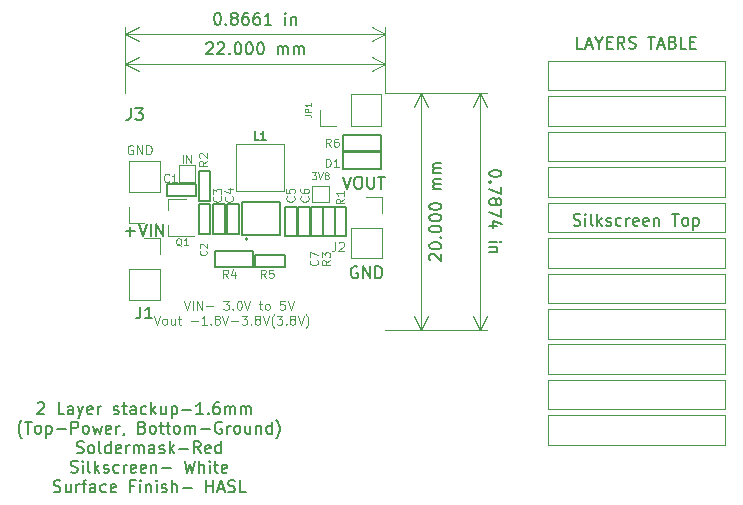
<source format=gbr>
%TF.GenerationSoftware,KiCad,Pcbnew,(5.1.6)-1*%
%TF.CreationDate,2020-07-26T11:23:49+05:30*%
%TF.ProjectId,KiCAD Demo- Buck-Boost Regulator,4b694341-4420-4446-956d-6f2d20427563,rev?*%
%TF.SameCoordinates,Original*%
%TF.FileFunction,Legend,Top*%
%TF.FilePolarity,Positive*%
%FSLAX46Y46*%
G04 Gerber Fmt 4.6, Leading zero omitted, Abs format (unit mm)*
G04 Created by KiCad (PCBNEW (5.1.6)-1) date 2020-07-26 11:23:49*
%MOMM*%
%LPD*%
G01*
G04 APERTURE LIST*
%ADD10C,0.150000*%
%ADD11C,0.120000*%
%ADD12C,0.101600*%
%ADD13C,0.200000*%
%ADD14C,0.100000*%
%ADD15C,0.125000*%
G04 APERTURE END LIST*
D10*
X92571428Y-96247619D02*
X92619047Y-96200000D01*
X92714285Y-96152380D01*
X92952380Y-96152380D01*
X93047619Y-96200000D01*
X93095238Y-96247619D01*
X93142857Y-96342857D01*
X93142857Y-96438095D01*
X93095238Y-96580952D01*
X92523809Y-97152380D01*
X93142857Y-97152380D01*
X94809523Y-97152380D02*
X94333333Y-97152380D01*
X94333333Y-96152380D01*
X95571428Y-97152380D02*
X95571428Y-96628571D01*
X95523809Y-96533333D01*
X95428571Y-96485714D01*
X95238095Y-96485714D01*
X95142857Y-96533333D01*
X95571428Y-97104761D02*
X95476190Y-97152380D01*
X95238095Y-97152380D01*
X95142857Y-97104761D01*
X95095238Y-97009523D01*
X95095238Y-96914285D01*
X95142857Y-96819047D01*
X95238095Y-96771428D01*
X95476190Y-96771428D01*
X95571428Y-96723809D01*
X95952380Y-96485714D02*
X96190476Y-97152380D01*
X96428571Y-96485714D02*
X96190476Y-97152380D01*
X96095238Y-97390476D01*
X96047619Y-97438095D01*
X95952380Y-97485714D01*
X97190476Y-97104761D02*
X97095238Y-97152380D01*
X96904761Y-97152380D01*
X96809523Y-97104761D01*
X96761904Y-97009523D01*
X96761904Y-96628571D01*
X96809523Y-96533333D01*
X96904761Y-96485714D01*
X97095238Y-96485714D01*
X97190476Y-96533333D01*
X97238095Y-96628571D01*
X97238095Y-96723809D01*
X96761904Y-96819047D01*
X97666666Y-97152380D02*
X97666666Y-96485714D01*
X97666666Y-96676190D02*
X97714285Y-96580952D01*
X97761904Y-96533333D01*
X97857142Y-96485714D01*
X97952380Y-96485714D01*
X99000000Y-97104761D02*
X99095238Y-97152380D01*
X99285714Y-97152380D01*
X99380952Y-97104761D01*
X99428571Y-97009523D01*
X99428571Y-96961904D01*
X99380952Y-96866666D01*
X99285714Y-96819047D01*
X99142857Y-96819047D01*
X99047619Y-96771428D01*
X99000000Y-96676190D01*
X99000000Y-96628571D01*
X99047619Y-96533333D01*
X99142857Y-96485714D01*
X99285714Y-96485714D01*
X99380952Y-96533333D01*
X99714285Y-96485714D02*
X100095238Y-96485714D01*
X99857142Y-96152380D02*
X99857142Y-97009523D01*
X99904761Y-97104761D01*
X100000000Y-97152380D01*
X100095238Y-97152380D01*
X100857142Y-97152380D02*
X100857142Y-96628571D01*
X100809523Y-96533333D01*
X100714285Y-96485714D01*
X100523809Y-96485714D01*
X100428571Y-96533333D01*
X100857142Y-97104761D02*
X100761904Y-97152380D01*
X100523809Y-97152380D01*
X100428571Y-97104761D01*
X100380952Y-97009523D01*
X100380952Y-96914285D01*
X100428571Y-96819047D01*
X100523809Y-96771428D01*
X100761904Y-96771428D01*
X100857142Y-96723809D01*
X101761904Y-97104761D02*
X101666666Y-97152380D01*
X101476190Y-97152380D01*
X101380952Y-97104761D01*
X101333333Y-97057142D01*
X101285714Y-96961904D01*
X101285714Y-96676190D01*
X101333333Y-96580952D01*
X101380952Y-96533333D01*
X101476190Y-96485714D01*
X101666666Y-96485714D01*
X101761904Y-96533333D01*
X102190476Y-97152380D02*
X102190476Y-96152380D01*
X102285714Y-96771428D02*
X102571428Y-97152380D01*
X102571428Y-96485714D02*
X102190476Y-96866666D01*
X103428571Y-96485714D02*
X103428571Y-97152380D01*
X103000000Y-96485714D02*
X103000000Y-97009523D01*
X103047619Y-97104761D01*
X103142857Y-97152380D01*
X103285714Y-97152380D01*
X103380952Y-97104761D01*
X103428571Y-97057142D01*
X103904761Y-96485714D02*
X103904761Y-97485714D01*
X103904761Y-96533333D02*
X104000000Y-96485714D01*
X104190476Y-96485714D01*
X104285714Y-96533333D01*
X104333333Y-96580952D01*
X104380952Y-96676190D01*
X104380952Y-96961904D01*
X104333333Y-97057142D01*
X104285714Y-97104761D01*
X104190476Y-97152380D01*
X104000000Y-97152380D01*
X103904761Y-97104761D01*
X104809523Y-96771428D02*
X105571428Y-96771428D01*
X106571428Y-97152380D02*
X106000000Y-97152380D01*
X106285714Y-97152380D02*
X106285714Y-96152380D01*
X106190476Y-96295238D01*
X106095238Y-96390476D01*
X106000000Y-96438095D01*
X107000000Y-97057142D02*
X107047619Y-97104761D01*
X107000000Y-97152380D01*
X106952380Y-97104761D01*
X107000000Y-97057142D01*
X107000000Y-97152380D01*
X107904761Y-96152380D02*
X107714285Y-96152380D01*
X107619047Y-96200000D01*
X107571428Y-96247619D01*
X107476190Y-96390476D01*
X107428571Y-96580952D01*
X107428571Y-96961904D01*
X107476190Y-97057142D01*
X107523809Y-97104761D01*
X107619047Y-97152380D01*
X107809523Y-97152380D01*
X107904761Y-97104761D01*
X107952380Y-97057142D01*
X107999999Y-96961904D01*
X107999999Y-96723809D01*
X107952380Y-96628571D01*
X107904761Y-96580952D01*
X107809523Y-96533333D01*
X107619047Y-96533333D01*
X107523809Y-96580952D01*
X107476190Y-96628571D01*
X107428571Y-96723809D01*
X108428571Y-97152380D02*
X108428571Y-96485714D01*
X108428571Y-96580952D02*
X108476190Y-96533333D01*
X108571428Y-96485714D01*
X108714285Y-96485714D01*
X108809523Y-96533333D01*
X108857142Y-96628571D01*
X108857142Y-97152380D01*
X108857142Y-96628571D02*
X108904761Y-96533333D01*
X108999999Y-96485714D01*
X109142857Y-96485714D01*
X109238095Y-96533333D01*
X109285714Y-96628571D01*
X109285714Y-97152380D01*
X109761904Y-97152380D02*
X109761904Y-96485714D01*
X109761904Y-96580952D02*
X109809523Y-96533333D01*
X109904761Y-96485714D01*
X110047619Y-96485714D01*
X110142857Y-96533333D01*
X110190476Y-96628571D01*
X110190476Y-97152380D01*
X110190476Y-96628571D02*
X110238095Y-96533333D01*
X110333333Y-96485714D01*
X110476190Y-96485714D01*
X110571428Y-96533333D01*
X110619047Y-96628571D01*
X110619047Y-97152380D01*
X91238095Y-99183333D02*
X91190476Y-99135714D01*
X91095238Y-98992857D01*
X91047619Y-98897619D01*
X91000000Y-98754761D01*
X90952380Y-98516666D01*
X90952380Y-98326190D01*
X91000000Y-98088095D01*
X91047619Y-97945238D01*
X91095238Y-97850000D01*
X91190476Y-97707142D01*
X91238095Y-97659523D01*
X91476190Y-97802380D02*
X92047619Y-97802380D01*
X91761904Y-98802380D02*
X91761904Y-97802380D01*
X92523809Y-98802380D02*
X92428571Y-98754761D01*
X92380952Y-98707142D01*
X92333333Y-98611904D01*
X92333333Y-98326190D01*
X92380952Y-98230952D01*
X92428571Y-98183333D01*
X92523809Y-98135714D01*
X92666666Y-98135714D01*
X92761904Y-98183333D01*
X92809523Y-98230952D01*
X92857142Y-98326190D01*
X92857142Y-98611904D01*
X92809523Y-98707142D01*
X92761904Y-98754761D01*
X92666666Y-98802380D01*
X92523809Y-98802380D01*
X93285714Y-98135714D02*
X93285714Y-99135714D01*
X93285714Y-98183333D02*
X93380952Y-98135714D01*
X93571428Y-98135714D01*
X93666666Y-98183333D01*
X93714285Y-98230952D01*
X93761904Y-98326190D01*
X93761904Y-98611904D01*
X93714285Y-98707142D01*
X93666666Y-98754761D01*
X93571428Y-98802380D01*
X93380952Y-98802380D01*
X93285714Y-98754761D01*
X94190476Y-98421428D02*
X94952380Y-98421428D01*
X95428571Y-98802380D02*
X95428571Y-97802380D01*
X95809523Y-97802380D01*
X95904761Y-97850000D01*
X95952380Y-97897619D01*
X96000000Y-97992857D01*
X96000000Y-98135714D01*
X95952380Y-98230952D01*
X95904761Y-98278571D01*
X95809523Y-98326190D01*
X95428571Y-98326190D01*
X96571428Y-98802380D02*
X96476190Y-98754761D01*
X96428571Y-98707142D01*
X96380952Y-98611904D01*
X96380952Y-98326190D01*
X96428571Y-98230952D01*
X96476190Y-98183333D01*
X96571428Y-98135714D01*
X96714285Y-98135714D01*
X96809523Y-98183333D01*
X96857142Y-98230952D01*
X96904761Y-98326190D01*
X96904761Y-98611904D01*
X96857142Y-98707142D01*
X96809523Y-98754761D01*
X96714285Y-98802380D01*
X96571428Y-98802380D01*
X97238095Y-98135714D02*
X97428571Y-98802380D01*
X97619047Y-98326190D01*
X97809523Y-98802380D01*
X98000000Y-98135714D01*
X98761904Y-98754761D02*
X98666666Y-98802380D01*
X98476190Y-98802380D01*
X98380952Y-98754761D01*
X98333333Y-98659523D01*
X98333333Y-98278571D01*
X98380952Y-98183333D01*
X98476190Y-98135714D01*
X98666666Y-98135714D01*
X98761904Y-98183333D01*
X98809523Y-98278571D01*
X98809523Y-98373809D01*
X98333333Y-98469047D01*
X99238095Y-98802380D02*
X99238095Y-98135714D01*
X99238095Y-98326190D02*
X99285714Y-98230952D01*
X99333333Y-98183333D01*
X99428571Y-98135714D01*
X99523809Y-98135714D01*
X99904761Y-98754761D02*
X99904761Y-98802380D01*
X99857142Y-98897619D01*
X99809523Y-98945238D01*
X101428571Y-98278571D02*
X101571428Y-98326190D01*
X101619047Y-98373809D01*
X101666666Y-98469047D01*
X101666666Y-98611904D01*
X101619047Y-98707142D01*
X101571428Y-98754761D01*
X101476190Y-98802380D01*
X101095238Y-98802380D01*
X101095238Y-97802380D01*
X101428571Y-97802380D01*
X101523809Y-97850000D01*
X101571428Y-97897619D01*
X101619047Y-97992857D01*
X101619047Y-98088095D01*
X101571428Y-98183333D01*
X101523809Y-98230952D01*
X101428571Y-98278571D01*
X101095238Y-98278571D01*
X102238095Y-98802380D02*
X102142857Y-98754761D01*
X102095238Y-98707142D01*
X102047619Y-98611904D01*
X102047619Y-98326190D01*
X102095238Y-98230952D01*
X102142857Y-98183333D01*
X102238095Y-98135714D01*
X102380952Y-98135714D01*
X102476190Y-98183333D01*
X102523809Y-98230952D01*
X102571428Y-98326190D01*
X102571428Y-98611904D01*
X102523809Y-98707142D01*
X102476190Y-98754761D01*
X102380952Y-98802380D01*
X102238095Y-98802380D01*
X102857142Y-98135714D02*
X103238095Y-98135714D01*
X103000000Y-97802380D02*
X103000000Y-98659523D01*
X103047619Y-98754761D01*
X103142857Y-98802380D01*
X103238095Y-98802380D01*
X103428571Y-98135714D02*
X103809523Y-98135714D01*
X103571428Y-97802380D02*
X103571428Y-98659523D01*
X103619047Y-98754761D01*
X103714285Y-98802380D01*
X103809523Y-98802380D01*
X104285714Y-98802380D02*
X104190476Y-98754761D01*
X104142857Y-98707142D01*
X104095238Y-98611904D01*
X104095238Y-98326190D01*
X104142857Y-98230952D01*
X104190476Y-98183333D01*
X104285714Y-98135714D01*
X104428571Y-98135714D01*
X104523809Y-98183333D01*
X104571428Y-98230952D01*
X104619047Y-98326190D01*
X104619047Y-98611904D01*
X104571428Y-98707142D01*
X104523809Y-98754761D01*
X104428571Y-98802380D01*
X104285714Y-98802380D01*
X105047619Y-98802380D02*
X105047619Y-98135714D01*
X105047619Y-98230952D02*
X105095238Y-98183333D01*
X105190476Y-98135714D01*
X105333333Y-98135714D01*
X105428571Y-98183333D01*
X105476190Y-98278571D01*
X105476190Y-98802380D01*
X105476190Y-98278571D02*
X105523809Y-98183333D01*
X105619047Y-98135714D01*
X105761904Y-98135714D01*
X105857142Y-98183333D01*
X105904761Y-98278571D01*
X105904761Y-98802380D01*
X106380952Y-98421428D02*
X107142857Y-98421428D01*
X108142857Y-97850000D02*
X108047619Y-97802380D01*
X107904761Y-97802380D01*
X107761904Y-97850000D01*
X107666666Y-97945238D01*
X107619047Y-98040476D01*
X107571428Y-98230952D01*
X107571428Y-98373809D01*
X107619047Y-98564285D01*
X107666666Y-98659523D01*
X107761904Y-98754761D01*
X107904761Y-98802380D01*
X108000000Y-98802380D01*
X108142857Y-98754761D01*
X108190476Y-98707142D01*
X108190476Y-98373809D01*
X108000000Y-98373809D01*
X108619047Y-98802380D02*
X108619047Y-98135714D01*
X108619047Y-98326190D02*
X108666666Y-98230952D01*
X108714285Y-98183333D01*
X108809523Y-98135714D01*
X108904761Y-98135714D01*
X109380952Y-98802380D02*
X109285714Y-98754761D01*
X109238095Y-98707142D01*
X109190476Y-98611904D01*
X109190476Y-98326190D01*
X109238095Y-98230952D01*
X109285714Y-98183333D01*
X109380952Y-98135714D01*
X109523809Y-98135714D01*
X109619047Y-98183333D01*
X109666666Y-98230952D01*
X109714285Y-98326190D01*
X109714285Y-98611904D01*
X109666666Y-98707142D01*
X109619047Y-98754761D01*
X109523809Y-98802380D01*
X109380952Y-98802380D01*
X110571428Y-98135714D02*
X110571428Y-98802380D01*
X110142857Y-98135714D02*
X110142857Y-98659523D01*
X110190476Y-98754761D01*
X110285714Y-98802380D01*
X110428571Y-98802380D01*
X110523809Y-98754761D01*
X110571428Y-98707142D01*
X111047619Y-98135714D02*
X111047619Y-98802380D01*
X111047619Y-98230952D02*
X111095238Y-98183333D01*
X111190476Y-98135714D01*
X111333333Y-98135714D01*
X111428571Y-98183333D01*
X111476190Y-98278571D01*
X111476190Y-98802380D01*
X112380952Y-98802380D02*
X112380952Y-97802380D01*
X112380952Y-98754761D02*
X112285714Y-98802380D01*
X112095238Y-98802380D01*
X112000000Y-98754761D01*
X111952380Y-98707142D01*
X111904761Y-98611904D01*
X111904761Y-98326190D01*
X111952380Y-98230952D01*
X112000000Y-98183333D01*
X112095238Y-98135714D01*
X112285714Y-98135714D01*
X112380952Y-98183333D01*
X112761904Y-99183333D02*
X112809523Y-99135714D01*
X112904761Y-98992857D01*
X112952380Y-98897619D01*
X113000000Y-98754761D01*
X113047619Y-98516666D01*
X113047619Y-98326190D01*
X113000000Y-98088095D01*
X112952380Y-97945238D01*
X112904761Y-97850000D01*
X112809523Y-97707142D01*
X112761904Y-97659523D01*
X95880952Y-100404761D02*
X96023809Y-100452380D01*
X96261904Y-100452380D01*
X96357142Y-100404761D01*
X96404761Y-100357142D01*
X96452380Y-100261904D01*
X96452380Y-100166666D01*
X96404761Y-100071428D01*
X96357142Y-100023809D01*
X96261904Y-99976190D01*
X96071428Y-99928571D01*
X95976190Y-99880952D01*
X95928571Y-99833333D01*
X95880952Y-99738095D01*
X95880952Y-99642857D01*
X95928571Y-99547619D01*
X95976190Y-99500000D01*
X96071428Y-99452380D01*
X96309523Y-99452380D01*
X96452380Y-99500000D01*
X97023809Y-100452380D02*
X96928571Y-100404761D01*
X96880952Y-100357142D01*
X96833333Y-100261904D01*
X96833333Y-99976190D01*
X96880952Y-99880952D01*
X96928571Y-99833333D01*
X97023809Y-99785714D01*
X97166666Y-99785714D01*
X97261904Y-99833333D01*
X97309523Y-99880952D01*
X97357142Y-99976190D01*
X97357142Y-100261904D01*
X97309523Y-100357142D01*
X97261904Y-100404761D01*
X97166666Y-100452380D01*
X97023809Y-100452380D01*
X97928571Y-100452380D02*
X97833333Y-100404761D01*
X97785714Y-100309523D01*
X97785714Y-99452380D01*
X98738095Y-100452380D02*
X98738095Y-99452380D01*
X98738095Y-100404761D02*
X98642857Y-100452380D01*
X98452380Y-100452380D01*
X98357142Y-100404761D01*
X98309523Y-100357142D01*
X98261904Y-100261904D01*
X98261904Y-99976190D01*
X98309523Y-99880952D01*
X98357142Y-99833333D01*
X98452380Y-99785714D01*
X98642857Y-99785714D01*
X98738095Y-99833333D01*
X99595238Y-100404761D02*
X99500000Y-100452380D01*
X99309523Y-100452380D01*
X99214285Y-100404761D01*
X99166666Y-100309523D01*
X99166666Y-99928571D01*
X99214285Y-99833333D01*
X99309523Y-99785714D01*
X99500000Y-99785714D01*
X99595238Y-99833333D01*
X99642857Y-99928571D01*
X99642857Y-100023809D01*
X99166666Y-100119047D01*
X100071428Y-100452380D02*
X100071428Y-99785714D01*
X100071428Y-99976190D02*
X100119047Y-99880952D01*
X100166666Y-99833333D01*
X100261904Y-99785714D01*
X100357142Y-99785714D01*
X100690476Y-100452380D02*
X100690476Y-99785714D01*
X100690476Y-99880952D02*
X100738095Y-99833333D01*
X100833333Y-99785714D01*
X100976190Y-99785714D01*
X101071428Y-99833333D01*
X101119047Y-99928571D01*
X101119047Y-100452380D01*
X101119047Y-99928571D02*
X101166666Y-99833333D01*
X101261904Y-99785714D01*
X101404761Y-99785714D01*
X101500000Y-99833333D01*
X101547619Y-99928571D01*
X101547619Y-100452380D01*
X102452380Y-100452380D02*
X102452380Y-99928571D01*
X102404761Y-99833333D01*
X102309523Y-99785714D01*
X102119047Y-99785714D01*
X102023809Y-99833333D01*
X102452380Y-100404761D02*
X102357142Y-100452380D01*
X102119047Y-100452380D01*
X102023809Y-100404761D01*
X101976190Y-100309523D01*
X101976190Y-100214285D01*
X102023809Y-100119047D01*
X102119047Y-100071428D01*
X102357142Y-100071428D01*
X102452380Y-100023809D01*
X102880952Y-100404761D02*
X102976190Y-100452380D01*
X103166666Y-100452380D01*
X103261904Y-100404761D01*
X103309523Y-100309523D01*
X103309523Y-100261904D01*
X103261904Y-100166666D01*
X103166666Y-100119047D01*
X103023809Y-100119047D01*
X102928571Y-100071428D01*
X102880952Y-99976190D01*
X102880952Y-99928571D01*
X102928571Y-99833333D01*
X103023809Y-99785714D01*
X103166666Y-99785714D01*
X103261904Y-99833333D01*
X103738095Y-100452380D02*
X103738095Y-99452380D01*
X103833333Y-100071428D02*
X104119047Y-100452380D01*
X104119047Y-99785714D02*
X103738095Y-100166666D01*
X104547619Y-100071428D02*
X105309523Y-100071428D01*
X106357142Y-100452380D02*
X106023809Y-99976190D01*
X105785714Y-100452380D02*
X105785714Y-99452380D01*
X106166666Y-99452380D01*
X106261904Y-99500000D01*
X106309523Y-99547619D01*
X106357142Y-99642857D01*
X106357142Y-99785714D01*
X106309523Y-99880952D01*
X106261904Y-99928571D01*
X106166666Y-99976190D01*
X105785714Y-99976190D01*
X107166666Y-100404761D02*
X107071428Y-100452380D01*
X106880952Y-100452380D01*
X106785714Y-100404761D01*
X106738095Y-100309523D01*
X106738095Y-99928571D01*
X106785714Y-99833333D01*
X106880952Y-99785714D01*
X107071428Y-99785714D01*
X107166666Y-99833333D01*
X107214285Y-99928571D01*
X107214285Y-100023809D01*
X106738095Y-100119047D01*
X108071428Y-100452380D02*
X108071428Y-99452380D01*
X108071428Y-100404761D02*
X107976190Y-100452380D01*
X107785714Y-100452380D01*
X107690476Y-100404761D01*
X107642857Y-100357142D01*
X107595238Y-100261904D01*
X107595238Y-99976190D01*
X107642857Y-99880952D01*
X107690476Y-99833333D01*
X107785714Y-99785714D01*
X107976190Y-99785714D01*
X108071428Y-99833333D01*
X95380952Y-102054761D02*
X95523809Y-102102380D01*
X95761904Y-102102380D01*
X95857142Y-102054761D01*
X95904761Y-102007142D01*
X95952380Y-101911904D01*
X95952380Y-101816666D01*
X95904761Y-101721428D01*
X95857142Y-101673809D01*
X95761904Y-101626190D01*
X95571428Y-101578571D01*
X95476190Y-101530952D01*
X95428571Y-101483333D01*
X95380952Y-101388095D01*
X95380952Y-101292857D01*
X95428571Y-101197619D01*
X95476190Y-101150000D01*
X95571428Y-101102380D01*
X95809523Y-101102380D01*
X95952380Y-101150000D01*
X96380952Y-102102380D02*
X96380952Y-101435714D01*
X96380952Y-101102380D02*
X96333333Y-101150000D01*
X96380952Y-101197619D01*
X96428571Y-101150000D01*
X96380952Y-101102380D01*
X96380952Y-101197619D01*
X97000000Y-102102380D02*
X96904761Y-102054761D01*
X96857142Y-101959523D01*
X96857142Y-101102380D01*
X97380952Y-102102380D02*
X97380952Y-101102380D01*
X97476190Y-101721428D02*
X97761904Y-102102380D01*
X97761904Y-101435714D02*
X97380952Y-101816666D01*
X98142857Y-102054761D02*
X98238095Y-102102380D01*
X98428571Y-102102380D01*
X98523809Y-102054761D01*
X98571428Y-101959523D01*
X98571428Y-101911904D01*
X98523809Y-101816666D01*
X98428571Y-101769047D01*
X98285714Y-101769047D01*
X98190476Y-101721428D01*
X98142857Y-101626190D01*
X98142857Y-101578571D01*
X98190476Y-101483333D01*
X98285714Y-101435714D01*
X98428571Y-101435714D01*
X98523809Y-101483333D01*
X99428571Y-102054761D02*
X99333333Y-102102380D01*
X99142857Y-102102380D01*
X99047619Y-102054761D01*
X99000000Y-102007142D01*
X98952380Y-101911904D01*
X98952380Y-101626190D01*
X99000000Y-101530952D01*
X99047619Y-101483333D01*
X99142857Y-101435714D01*
X99333333Y-101435714D01*
X99428571Y-101483333D01*
X99857142Y-102102380D02*
X99857142Y-101435714D01*
X99857142Y-101626190D02*
X99904761Y-101530952D01*
X99952380Y-101483333D01*
X100047619Y-101435714D01*
X100142857Y-101435714D01*
X100857142Y-102054761D02*
X100761904Y-102102380D01*
X100571428Y-102102380D01*
X100476190Y-102054761D01*
X100428571Y-101959523D01*
X100428571Y-101578571D01*
X100476190Y-101483333D01*
X100571428Y-101435714D01*
X100761904Y-101435714D01*
X100857142Y-101483333D01*
X100904761Y-101578571D01*
X100904761Y-101673809D01*
X100428571Y-101769047D01*
X101714285Y-102054761D02*
X101619047Y-102102380D01*
X101428571Y-102102380D01*
X101333333Y-102054761D01*
X101285714Y-101959523D01*
X101285714Y-101578571D01*
X101333333Y-101483333D01*
X101428571Y-101435714D01*
X101619047Y-101435714D01*
X101714285Y-101483333D01*
X101761904Y-101578571D01*
X101761904Y-101673809D01*
X101285714Y-101769047D01*
X102190476Y-101435714D02*
X102190476Y-102102380D01*
X102190476Y-101530952D02*
X102238095Y-101483333D01*
X102333333Y-101435714D01*
X102476190Y-101435714D01*
X102571428Y-101483333D01*
X102619047Y-101578571D01*
X102619047Y-102102380D01*
X103095238Y-101721428D02*
X103857142Y-101721428D01*
X105000000Y-101102380D02*
X105238095Y-102102380D01*
X105428571Y-101388095D01*
X105619047Y-102102380D01*
X105857142Y-101102380D01*
X106238095Y-102102380D02*
X106238095Y-101102380D01*
X106666666Y-102102380D02*
X106666666Y-101578571D01*
X106619047Y-101483333D01*
X106523809Y-101435714D01*
X106380952Y-101435714D01*
X106285714Y-101483333D01*
X106238095Y-101530952D01*
X107142857Y-102102380D02*
X107142857Y-101435714D01*
X107142857Y-101102380D02*
X107095238Y-101150000D01*
X107142857Y-101197619D01*
X107190476Y-101150000D01*
X107142857Y-101102380D01*
X107142857Y-101197619D01*
X107476190Y-101435714D02*
X107857142Y-101435714D01*
X107619047Y-101102380D02*
X107619047Y-101959523D01*
X107666666Y-102054761D01*
X107761904Y-102102380D01*
X107857142Y-102102380D01*
X108571428Y-102054761D02*
X108476190Y-102102380D01*
X108285714Y-102102380D01*
X108190476Y-102054761D01*
X108142857Y-101959523D01*
X108142857Y-101578571D01*
X108190476Y-101483333D01*
X108285714Y-101435714D01*
X108476190Y-101435714D01*
X108571428Y-101483333D01*
X108619047Y-101578571D01*
X108619047Y-101673809D01*
X108142857Y-101769047D01*
X93928571Y-103704761D02*
X94071428Y-103752380D01*
X94309523Y-103752380D01*
X94404761Y-103704761D01*
X94452380Y-103657142D01*
X94500000Y-103561904D01*
X94500000Y-103466666D01*
X94452380Y-103371428D01*
X94404761Y-103323809D01*
X94309523Y-103276190D01*
X94119047Y-103228571D01*
X94023809Y-103180952D01*
X93976190Y-103133333D01*
X93928571Y-103038095D01*
X93928571Y-102942857D01*
X93976190Y-102847619D01*
X94023809Y-102800000D01*
X94119047Y-102752380D01*
X94357142Y-102752380D01*
X94500000Y-102800000D01*
X95357142Y-103085714D02*
X95357142Y-103752380D01*
X94928571Y-103085714D02*
X94928571Y-103609523D01*
X94976190Y-103704761D01*
X95071428Y-103752380D01*
X95214285Y-103752380D01*
X95309523Y-103704761D01*
X95357142Y-103657142D01*
X95833333Y-103752380D02*
X95833333Y-103085714D01*
X95833333Y-103276190D02*
X95880952Y-103180952D01*
X95928571Y-103133333D01*
X96023809Y-103085714D01*
X96119047Y-103085714D01*
X96309523Y-103085714D02*
X96690476Y-103085714D01*
X96452380Y-103752380D02*
X96452380Y-102895238D01*
X96500000Y-102800000D01*
X96595238Y-102752380D01*
X96690476Y-102752380D01*
X97452380Y-103752380D02*
X97452380Y-103228571D01*
X97404761Y-103133333D01*
X97309523Y-103085714D01*
X97119047Y-103085714D01*
X97023809Y-103133333D01*
X97452380Y-103704761D02*
X97357142Y-103752380D01*
X97119047Y-103752380D01*
X97023809Y-103704761D01*
X96976190Y-103609523D01*
X96976190Y-103514285D01*
X97023809Y-103419047D01*
X97119047Y-103371428D01*
X97357142Y-103371428D01*
X97452380Y-103323809D01*
X98357142Y-103704761D02*
X98261904Y-103752380D01*
X98071428Y-103752380D01*
X97976190Y-103704761D01*
X97928571Y-103657142D01*
X97880952Y-103561904D01*
X97880952Y-103276190D01*
X97928571Y-103180952D01*
X97976190Y-103133333D01*
X98071428Y-103085714D01*
X98261904Y-103085714D01*
X98357142Y-103133333D01*
X99166666Y-103704761D02*
X99071428Y-103752380D01*
X98880952Y-103752380D01*
X98785714Y-103704761D01*
X98738095Y-103609523D01*
X98738095Y-103228571D01*
X98785714Y-103133333D01*
X98880952Y-103085714D01*
X99071428Y-103085714D01*
X99166666Y-103133333D01*
X99214285Y-103228571D01*
X99214285Y-103323809D01*
X98738095Y-103419047D01*
X100738095Y-103228571D02*
X100404761Y-103228571D01*
X100404761Y-103752380D02*
X100404761Y-102752380D01*
X100880952Y-102752380D01*
X101261904Y-103752380D02*
X101261904Y-103085714D01*
X101261904Y-102752380D02*
X101214285Y-102800000D01*
X101261904Y-102847619D01*
X101309523Y-102800000D01*
X101261904Y-102752380D01*
X101261904Y-102847619D01*
X101738095Y-103085714D02*
X101738095Y-103752380D01*
X101738095Y-103180952D02*
X101785714Y-103133333D01*
X101880952Y-103085714D01*
X102023809Y-103085714D01*
X102119047Y-103133333D01*
X102166666Y-103228571D01*
X102166666Y-103752380D01*
X102642857Y-103752380D02*
X102642857Y-103085714D01*
X102642857Y-102752380D02*
X102595238Y-102800000D01*
X102642857Y-102847619D01*
X102690476Y-102800000D01*
X102642857Y-102752380D01*
X102642857Y-102847619D01*
X103071428Y-103704761D02*
X103166666Y-103752380D01*
X103357142Y-103752380D01*
X103452380Y-103704761D01*
X103500000Y-103609523D01*
X103500000Y-103561904D01*
X103452380Y-103466666D01*
X103357142Y-103419047D01*
X103214285Y-103419047D01*
X103119047Y-103371428D01*
X103071428Y-103276190D01*
X103071428Y-103228571D01*
X103119047Y-103133333D01*
X103214285Y-103085714D01*
X103357142Y-103085714D01*
X103452380Y-103133333D01*
X103928571Y-103752380D02*
X103928571Y-102752380D01*
X104357142Y-103752380D02*
X104357142Y-103228571D01*
X104309523Y-103133333D01*
X104214285Y-103085714D01*
X104071428Y-103085714D01*
X103976190Y-103133333D01*
X103928571Y-103180952D01*
X104833333Y-103371428D02*
X105595238Y-103371428D01*
X106833333Y-103752380D02*
X106833333Y-102752380D01*
X106833333Y-103228571D02*
X107404761Y-103228571D01*
X107404761Y-103752380D02*
X107404761Y-102752380D01*
X107833333Y-103466666D02*
X108309523Y-103466666D01*
X107738095Y-103752380D02*
X108071428Y-102752380D01*
X108404761Y-103752380D01*
X108690476Y-103704761D02*
X108833333Y-103752380D01*
X109071428Y-103752380D01*
X109166666Y-103704761D01*
X109214285Y-103657142D01*
X109261904Y-103561904D01*
X109261904Y-103466666D01*
X109214285Y-103371428D01*
X109166666Y-103323809D01*
X109071428Y-103276190D01*
X108880952Y-103228571D01*
X108785714Y-103180952D01*
X108738095Y-103133333D01*
X108690476Y-103038095D01*
X108690476Y-102942857D01*
X108738095Y-102847619D01*
X108785714Y-102800000D01*
X108880952Y-102752380D01*
X109119047Y-102752380D01*
X109261904Y-102800000D01*
X110166666Y-103752380D02*
X109690476Y-103752380D01*
X109690476Y-102752380D01*
X138726190Y-66202380D02*
X138250000Y-66202380D01*
X138250000Y-65202380D01*
X139011904Y-65916666D02*
X139488095Y-65916666D01*
X138916666Y-66202380D02*
X139250000Y-65202380D01*
X139583333Y-66202380D01*
X140107142Y-65726190D02*
X140107142Y-66202380D01*
X139773809Y-65202380D02*
X140107142Y-65726190D01*
X140440476Y-65202380D01*
X140773809Y-65678571D02*
X141107142Y-65678571D01*
X141250000Y-66202380D02*
X140773809Y-66202380D01*
X140773809Y-65202380D01*
X141250000Y-65202380D01*
X142250000Y-66202380D02*
X141916666Y-65726190D01*
X141678571Y-66202380D02*
X141678571Y-65202380D01*
X142059523Y-65202380D01*
X142154761Y-65250000D01*
X142202380Y-65297619D01*
X142250000Y-65392857D01*
X142250000Y-65535714D01*
X142202380Y-65630952D01*
X142154761Y-65678571D01*
X142059523Y-65726190D01*
X141678571Y-65726190D01*
X142630952Y-66154761D02*
X142773809Y-66202380D01*
X143011904Y-66202380D01*
X143107142Y-66154761D01*
X143154761Y-66107142D01*
X143202380Y-66011904D01*
X143202380Y-65916666D01*
X143154761Y-65821428D01*
X143107142Y-65773809D01*
X143011904Y-65726190D01*
X142821428Y-65678571D01*
X142726190Y-65630952D01*
X142678571Y-65583333D01*
X142630952Y-65488095D01*
X142630952Y-65392857D01*
X142678571Y-65297619D01*
X142726190Y-65250000D01*
X142821428Y-65202380D01*
X143059523Y-65202380D01*
X143202380Y-65250000D01*
X144250000Y-65202380D02*
X144821428Y-65202380D01*
X144535714Y-66202380D02*
X144535714Y-65202380D01*
X145107142Y-65916666D02*
X145583333Y-65916666D01*
X145011904Y-66202380D02*
X145345238Y-65202380D01*
X145678571Y-66202380D01*
X146345238Y-65678571D02*
X146488095Y-65726190D01*
X146535714Y-65773809D01*
X146583333Y-65869047D01*
X146583333Y-66011904D01*
X146535714Y-66107142D01*
X146488095Y-66154761D01*
X146392857Y-66202380D01*
X146011904Y-66202380D01*
X146011904Y-65202380D01*
X146345238Y-65202380D01*
X146440476Y-65250000D01*
X146488095Y-65297619D01*
X146535714Y-65392857D01*
X146535714Y-65488095D01*
X146488095Y-65583333D01*
X146440476Y-65630952D01*
X146345238Y-65678571D01*
X146011904Y-65678571D01*
X147488095Y-66202380D02*
X147011904Y-66202380D01*
X147011904Y-65202380D01*
X147821428Y-65678571D02*
X148154761Y-65678571D01*
X148297619Y-66202380D02*
X147821428Y-66202380D01*
X147821428Y-65202380D01*
X148297619Y-65202380D01*
X137940476Y-81154761D02*
X138083333Y-81202380D01*
X138321428Y-81202380D01*
X138416666Y-81154761D01*
X138464285Y-81107142D01*
X138511904Y-81011904D01*
X138511904Y-80916666D01*
X138464285Y-80821428D01*
X138416666Y-80773809D01*
X138321428Y-80726190D01*
X138130952Y-80678571D01*
X138035714Y-80630952D01*
X137988095Y-80583333D01*
X137940476Y-80488095D01*
X137940476Y-80392857D01*
X137988095Y-80297619D01*
X138035714Y-80250000D01*
X138130952Y-80202380D01*
X138369047Y-80202380D01*
X138511904Y-80250000D01*
X138940476Y-81202380D02*
X138940476Y-80535714D01*
X138940476Y-80202380D02*
X138892857Y-80250000D01*
X138940476Y-80297619D01*
X138988095Y-80250000D01*
X138940476Y-80202380D01*
X138940476Y-80297619D01*
X139559523Y-81202380D02*
X139464285Y-81154761D01*
X139416666Y-81059523D01*
X139416666Y-80202380D01*
X139940476Y-81202380D02*
X139940476Y-80202380D01*
X140035714Y-80821428D02*
X140321428Y-81202380D01*
X140321428Y-80535714D02*
X139940476Y-80916666D01*
X140702380Y-81154761D02*
X140797619Y-81202380D01*
X140988095Y-81202380D01*
X141083333Y-81154761D01*
X141130952Y-81059523D01*
X141130952Y-81011904D01*
X141083333Y-80916666D01*
X140988095Y-80869047D01*
X140845238Y-80869047D01*
X140750000Y-80821428D01*
X140702380Y-80726190D01*
X140702380Y-80678571D01*
X140750000Y-80583333D01*
X140845238Y-80535714D01*
X140988095Y-80535714D01*
X141083333Y-80583333D01*
X141988095Y-81154761D02*
X141892857Y-81202380D01*
X141702380Y-81202380D01*
X141607142Y-81154761D01*
X141559523Y-81107142D01*
X141511904Y-81011904D01*
X141511904Y-80726190D01*
X141559523Y-80630952D01*
X141607142Y-80583333D01*
X141702380Y-80535714D01*
X141892857Y-80535714D01*
X141988095Y-80583333D01*
X142416666Y-81202380D02*
X142416666Y-80535714D01*
X142416666Y-80726190D02*
X142464285Y-80630952D01*
X142511904Y-80583333D01*
X142607142Y-80535714D01*
X142702380Y-80535714D01*
X143416666Y-81154761D02*
X143321428Y-81202380D01*
X143130952Y-81202380D01*
X143035714Y-81154761D01*
X142988095Y-81059523D01*
X142988095Y-80678571D01*
X143035714Y-80583333D01*
X143130952Y-80535714D01*
X143321428Y-80535714D01*
X143416666Y-80583333D01*
X143464285Y-80678571D01*
X143464285Y-80773809D01*
X142988095Y-80869047D01*
X144273809Y-81154761D02*
X144178571Y-81202380D01*
X143988095Y-81202380D01*
X143892857Y-81154761D01*
X143845238Y-81059523D01*
X143845238Y-80678571D01*
X143892857Y-80583333D01*
X143988095Y-80535714D01*
X144178571Y-80535714D01*
X144273809Y-80583333D01*
X144321428Y-80678571D01*
X144321428Y-80773809D01*
X143845238Y-80869047D01*
X144750000Y-80535714D02*
X144750000Y-81202380D01*
X144750000Y-80630952D02*
X144797619Y-80583333D01*
X144892857Y-80535714D01*
X145035714Y-80535714D01*
X145130952Y-80583333D01*
X145178571Y-80678571D01*
X145178571Y-81202380D01*
X146273809Y-80202380D02*
X146845238Y-80202380D01*
X146559523Y-81202380D02*
X146559523Y-80202380D01*
X147321428Y-81202380D02*
X147226190Y-81154761D01*
X147178571Y-81107142D01*
X147130952Y-81011904D01*
X147130952Y-80726190D01*
X147178571Y-80630952D01*
X147226190Y-80583333D01*
X147321428Y-80535714D01*
X147464285Y-80535714D01*
X147559523Y-80583333D01*
X147607142Y-80630952D01*
X147654761Y-80726190D01*
X147654761Y-81011904D01*
X147607142Y-81107142D01*
X147559523Y-81154761D01*
X147464285Y-81202380D01*
X147321428Y-81202380D01*
X148083333Y-80535714D02*
X148083333Y-81535714D01*
X148083333Y-80583333D02*
X148178571Y-80535714D01*
X148369047Y-80535714D01*
X148464285Y-80583333D01*
X148511904Y-80630952D01*
X148559523Y-80726190D01*
X148559523Y-81011904D01*
X148511904Y-81107142D01*
X148464285Y-81154761D01*
X148369047Y-81202380D01*
X148178571Y-81202380D01*
X148083333Y-81154761D01*
D11*
X150750000Y-97250000D02*
X150750000Y-99750000D01*
X135750000Y-97250000D02*
X150750000Y-97250000D01*
X135750000Y-99750000D02*
X135750000Y-97250000D01*
X135750000Y-93750000D02*
X135750000Y-91250000D01*
X135750000Y-91250000D02*
X150750000Y-91250000D01*
X150750000Y-91250000D02*
X150750000Y-93750000D01*
X150750000Y-93750000D02*
X135750000Y-93750000D01*
X150750000Y-99750000D02*
X135750000Y-99750000D01*
X135750000Y-94250000D02*
X150750000Y-94250000D01*
X135750000Y-96750000D02*
X135750000Y-94250000D01*
X150750000Y-94250000D02*
X150750000Y-96750000D01*
X150750000Y-96750000D02*
X135750000Y-96750000D01*
X150750000Y-82250000D02*
X150750000Y-84750000D01*
X135750000Y-84750000D02*
X135750000Y-82250000D01*
X135750000Y-82250000D02*
X150750000Y-82250000D01*
X150750000Y-84750000D02*
X135750000Y-84750000D01*
X135750000Y-85250000D02*
X150750000Y-85250000D01*
X135750000Y-87750000D02*
X135750000Y-85250000D01*
X150750000Y-85250000D02*
X150750000Y-87750000D01*
X150750000Y-87750000D02*
X135750000Y-87750000D01*
X150750000Y-90750000D02*
X135750000Y-90750000D01*
X150750000Y-88250000D02*
X150750000Y-90750000D01*
X135750000Y-90750000D02*
X135750000Y-88250000D01*
X135750000Y-88250000D02*
X150750000Y-88250000D01*
X150750000Y-81750000D02*
X135750000Y-81750000D01*
X135750000Y-81750000D02*
X135750000Y-79250000D01*
X150750000Y-79250000D02*
X150750000Y-81750000D01*
X135750000Y-79250000D02*
X150750000Y-79250000D01*
X150750000Y-78750000D02*
X135750000Y-78750000D01*
X135750000Y-78750000D02*
X135750000Y-76250000D01*
X150750000Y-76250000D02*
X150750000Y-78750000D01*
X135750000Y-76250000D02*
X150750000Y-76250000D01*
X150750000Y-75750000D02*
X135750000Y-75750000D01*
X135750000Y-75750000D02*
X135750000Y-73250000D01*
X150750000Y-73250000D02*
X150750000Y-75750000D01*
X135750000Y-73250000D02*
X150750000Y-73250000D01*
X150750000Y-72750000D02*
X135750000Y-72750000D01*
X135750000Y-72750000D02*
X135750000Y-70250000D01*
X150750000Y-70250000D02*
X150750000Y-72750000D01*
X135750000Y-70250000D02*
X150750000Y-70250000D01*
X135750000Y-69750000D02*
X135750000Y-67250000D01*
X150750000Y-69750000D02*
X135750000Y-69750000D01*
X150750000Y-67250000D02*
X150750000Y-69750000D01*
X135750000Y-67250000D02*
X150750000Y-67250000D01*
D12*
X104917857Y-87560414D02*
X105171857Y-88322414D01*
X105425857Y-87560414D01*
X105679857Y-88322414D02*
X105679857Y-87560414D01*
X106042714Y-88322414D02*
X106042714Y-87560414D01*
X106478142Y-88322414D01*
X106478142Y-87560414D01*
X106841000Y-88032128D02*
X107421571Y-88032128D01*
X108292428Y-87560414D02*
X108764142Y-87560414D01*
X108510142Y-87850700D01*
X108619000Y-87850700D01*
X108691571Y-87886985D01*
X108727857Y-87923271D01*
X108764142Y-87995842D01*
X108764142Y-88177271D01*
X108727857Y-88249842D01*
X108691571Y-88286128D01*
X108619000Y-88322414D01*
X108401285Y-88322414D01*
X108328714Y-88286128D01*
X108292428Y-88249842D01*
X109090714Y-88249842D02*
X109127000Y-88286128D01*
X109090714Y-88322414D01*
X109054428Y-88286128D01*
X109090714Y-88249842D01*
X109090714Y-88322414D01*
X109598714Y-87560414D02*
X109671285Y-87560414D01*
X109743857Y-87596700D01*
X109780142Y-87632985D01*
X109816428Y-87705557D01*
X109852714Y-87850700D01*
X109852714Y-88032128D01*
X109816428Y-88177271D01*
X109780142Y-88249842D01*
X109743857Y-88286128D01*
X109671285Y-88322414D01*
X109598714Y-88322414D01*
X109526142Y-88286128D01*
X109489857Y-88249842D01*
X109453571Y-88177271D01*
X109417285Y-88032128D01*
X109417285Y-87850700D01*
X109453571Y-87705557D01*
X109489857Y-87632985D01*
X109526142Y-87596700D01*
X109598714Y-87560414D01*
X110070428Y-87560414D02*
X110324428Y-88322414D01*
X110578428Y-87560414D01*
X111304142Y-87814414D02*
X111594428Y-87814414D01*
X111413000Y-87560414D02*
X111413000Y-88213557D01*
X111449285Y-88286128D01*
X111521857Y-88322414D01*
X111594428Y-88322414D01*
X111957285Y-88322414D02*
X111884714Y-88286128D01*
X111848428Y-88249842D01*
X111812142Y-88177271D01*
X111812142Y-87959557D01*
X111848428Y-87886985D01*
X111884714Y-87850700D01*
X111957285Y-87814414D01*
X112066142Y-87814414D01*
X112138714Y-87850700D01*
X112175000Y-87886985D01*
X112211285Y-87959557D01*
X112211285Y-88177271D01*
X112175000Y-88249842D01*
X112138714Y-88286128D01*
X112066142Y-88322414D01*
X111957285Y-88322414D01*
X113481285Y-87560414D02*
X113118428Y-87560414D01*
X113082142Y-87923271D01*
X113118428Y-87886985D01*
X113191000Y-87850700D01*
X113372428Y-87850700D01*
X113445000Y-87886985D01*
X113481285Y-87923271D01*
X113517571Y-87995842D01*
X113517571Y-88177271D01*
X113481285Y-88249842D01*
X113445000Y-88286128D01*
X113372428Y-88322414D01*
X113191000Y-88322414D01*
X113118428Y-88286128D01*
X113082142Y-88249842D01*
X113735285Y-87560414D02*
X113989285Y-88322414D01*
X114243285Y-87560414D01*
X102396000Y-88805014D02*
X102650000Y-89567014D01*
X102904000Y-88805014D01*
X103266857Y-89567014D02*
X103194285Y-89530728D01*
X103158000Y-89494442D01*
X103121714Y-89421871D01*
X103121714Y-89204157D01*
X103158000Y-89131585D01*
X103194285Y-89095300D01*
X103266857Y-89059014D01*
X103375714Y-89059014D01*
X103448285Y-89095300D01*
X103484571Y-89131585D01*
X103520857Y-89204157D01*
X103520857Y-89421871D01*
X103484571Y-89494442D01*
X103448285Y-89530728D01*
X103375714Y-89567014D01*
X103266857Y-89567014D01*
X104174000Y-89059014D02*
X104174000Y-89567014D01*
X103847428Y-89059014D02*
X103847428Y-89458157D01*
X103883714Y-89530728D01*
X103956285Y-89567014D01*
X104065142Y-89567014D01*
X104137714Y-89530728D01*
X104174000Y-89494442D01*
X104428000Y-89059014D02*
X104718285Y-89059014D01*
X104536857Y-88805014D02*
X104536857Y-89458157D01*
X104573142Y-89530728D01*
X104645714Y-89567014D01*
X104718285Y-89567014D01*
X105552857Y-89276728D02*
X106133428Y-89276728D01*
X106895428Y-89567014D02*
X106460000Y-89567014D01*
X106677714Y-89567014D02*
X106677714Y-88805014D01*
X106605142Y-88913871D01*
X106532571Y-88986442D01*
X106460000Y-89022728D01*
X107222000Y-89494442D02*
X107258285Y-89530728D01*
X107222000Y-89567014D01*
X107185714Y-89530728D01*
X107222000Y-89494442D01*
X107222000Y-89567014D01*
X107693714Y-89131585D02*
X107621142Y-89095300D01*
X107584857Y-89059014D01*
X107548571Y-88986442D01*
X107548571Y-88950157D01*
X107584857Y-88877585D01*
X107621142Y-88841300D01*
X107693714Y-88805014D01*
X107838857Y-88805014D01*
X107911428Y-88841300D01*
X107947714Y-88877585D01*
X107984000Y-88950157D01*
X107984000Y-88986442D01*
X107947714Y-89059014D01*
X107911428Y-89095300D01*
X107838857Y-89131585D01*
X107693714Y-89131585D01*
X107621142Y-89167871D01*
X107584857Y-89204157D01*
X107548571Y-89276728D01*
X107548571Y-89421871D01*
X107584857Y-89494442D01*
X107621142Y-89530728D01*
X107693714Y-89567014D01*
X107838857Y-89567014D01*
X107911428Y-89530728D01*
X107947714Y-89494442D01*
X107984000Y-89421871D01*
X107984000Y-89276728D01*
X107947714Y-89204157D01*
X107911428Y-89167871D01*
X107838857Y-89131585D01*
X108201714Y-88805014D02*
X108455714Y-89567014D01*
X108709714Y-88805014D01*
X108963714Y-89276728D02*
X109544285Y-89276728D01*
X109834571Y-88805014D02*
X110306285Y-88805014D01*
X110052285Y-89095300D01*
X110161142Y-89095300D01*
X110233714Y-89131585D01*
X110270000Y-89167871D01*
X110306285Y-89240442D01*
X110306285Y-89421871D01*
X110270000Y-89494442D01*
X110233714Y-89530728D01*
X110161142Y-89567014D01*
X109943428Y-89567014D01*
X109870857Y-89530728D01*
X109834571Y-89494442D01*
X110632857Y-89494442D02*
X110669142Y-89530728D01*
X110632857Y-89567014D01*
X110596571Y-89530728D01*
X110632857Y-89494442D01*
X110632857Y-89567014D01*
X111104571Y-89131585D02*
X111032000Y-89095300D01*
X110995714Y-89059014D01*
X110959428Y-88986442D01*
X110959428Y-88950157D01*
X110995714Y-88877585D01*
X111032000Y-88841300D01*
X111104571Y-88805014D01*
X111249714Y-88805014D01*
X111322285Y-88841300D01*
X111358571Y-88877585D01*
X111394857Y-88950157D01*
X111394857Y-88986442D01*
X111358571Y-89059014D01*
X111322285Y-89095300D01*
X111249714Y-89131585D01*
X111104571Y-89131585D01*
X111032000Y-89167871D01*
X110995714Y-89204157D01*
X110959428Y-89276728D01*
X110959428Y-89421871D01*
X110995714Y-89494442D01*
X111032000Y-89530728D01*
X111104571Y-89567014D01*
X111249714Y-89567014D01*
X111322285Y-89530728D01*
X111358571Y-89494442D01*
X111394857Y-89421871D01*
X111394857Y-89276728D01*
X111358571Y-89204157D01*
X111322285Y-89167871D01*
X111249714Y-89131585D01*
X111612571Y-88805014D02*
X111866571Y-89567014D01*
X112120571Y-88805014D01*
X112592285Y-89857300D02*
X112556000Y-89821014D01*
X112483428Y-89712157D01*
X112447142Y-89639585D01*
X112410857Y-89530728D01*
X112374571Y-89349300D01*
X112374571Y-89204157D01*
X112410857Y-89022728D01*
X112447142Y-88913871D01*
X112483428Y-88841300D01*
X112556000Y-88732442D01*
X112592285Y-88696157D01*
X112810000Y-88805014D02*
X113281714Y-88805014D01*
X113027714Y-89095300D01*
X113136571Y-89095300D01*
X113209142Y-89131585D01*
X113245428Y-89167871D01*
X113281714Y-89240442D01*
X113281714Y-89421871D01*
X113245428Y-89494442D01*
X113209142Y-89530728D01*
X113136571Y-89567014D01*
X112918857Y-89567014D01*
X112846285Y-89530728D01*
X112810000Y-89494442D01*
X113608285Y-89494442D02*
X113644571Y-89530728D01*
X113608285Y-89567014D01*
X113572000Y-89530728D01*
X113608285Y-89494442D01*
X113608285Y-89567014D01*
X114080000Y-89131585D02*
X114007428Y-89095300D01*
X113971142Y-89059014D01*
X113934857Y-88986442D01*
X113934857Y-88950157D01*
X113971142Y-88877585D01*
X114007428Y-88841300D01*
X114080000Y-88805014D01*
X114225142Y-88805014D01*
X114297714Y-88841300D01*
X114334000Y-88877585D01*
X114370285Y-88950157D01*
X114370285Y-88986442D01*
X114334000Y-89059014D01*
X114297714Y-89095300D01*
X114225142Y-89131585D01*
X114080000Y-89131585D01*
X114007428Y-89167871D01*
X113971142Y-89204157D01*
X113934857Y-89276728D01*
X113934857Y-89421871D01*
X113971142Y-89494442D01*
X114007428Y-89530728D01*
X114080000Y-89567014D01*
X114225142Y-89567014D01*
X114297714Y-89530728D01*
X114334000Y-89494442D01*
X114370285Y-89421871D01*
X114370285Y-89276728D01*
X114334000Y-89204157D01*
X114297714Y-89167871D01*
X114225142Y-89131585D01*
X114588000Y-88805014D02*
X114842000Y-89567014D01*
X115096000Y-88805014D01*
X115277428Y-89857300D02*
X115313714Y-89821014D01*
X115386285Y-89712157D01*
X115422571Y-89639585D01*
X115458857Y-89530728D01*
X115495142Y-89349300D01*
X115495142Y-89204157D01*
X115458857Y-89022728D01*
X115422571Y-88913871D01*
X115386285Y-88841300D01*
X115313714Y-88732442D01*
X115277428Y-88696157D01*
D10*
X119638095Y-84700000D02*
X119542857Y-84652380D01*
X119400000Y-84652380D01*
X119257142Y-84700000D01*
X119161904Y-84795238D01*
X119114285Y-84890476D01*
X119066666Y-85080952D01*
X119066666Y-85223809D01*
X119114285Y-85414285D01*
X119161904Y-85509523D01*
X119257142Y-85604761D01*
X119400000Y-85652380D01*
X119495238Y-85652380D01*
X119638095Y-85604761D01*
X119685714Y-85557142D01*
X119685714Y-85223809D01*
X119495238Y-85223809D01*
X120114285Y-85652380D02*
X120114285Y-84652380D01*
X120685714Y-85652380D01*
X120685714Y-84652380D01*
X121161904Y-85652380D02*
X121161904Y-84652380D01*
X121400000Y-84652380D01*
X121542857Y-84700000D01*
X121638095Y-84795238D01*
X121685714Y-84890476D01*
X121733333Y-85080952D01*
X121733333Y-85223809D01*
X121685714Y-85414285D01*
X121638095Y-85509523D01*
X121542857Y-85604761D01*
X121400000Y-85652380D01*
X121161904Y-85652380D01*
X118438095Y-77052380D02*
X118771428Y-78052380D01*
X119104761Y-77052380D01*
X119628571Y-77052380D02*
X119819047Y-77052380D01*
X119914285Y-77100000D01*
X120009523Y-77195238D01*
X120057142Y-77385714D01*
X120057142Y-77719047D01*
X120009523Y-77909523D01*
X119914285Y-78004761D01*
X119819047Y-78052380D01*
X119628571Y-78052380D01*
X119533333Y-78004761D01*
X119438095Y-77909523D01*
X119390476Y-77719047D01*
X119390476Y-77385714D01*
X119438095Y-77195238D01*
X119533333Y-77100000D01*
X119628571Y-77052380D01*
X120485714Y-77052380D02*
X120485714Y-77861904D01*
X120533333Y-77957142D01*
X120580952Y-78004761D01*
X120676190Y-78052380D01*
X120866666Y-78052380D01*
X120961904Y-78004761D01*
X121009523Y-77957142D01*
X121057142Y-77861904D01*
X121057142Y-77052380D01*
X121390476Y-77052380D02*
X121961904Y-77052380D01*
X121676190Y-78052380D02*
X121676190Y-77052380D01*
D12*
X100619428Y-74419000D02*
X100546857Y-74382714D01*
X100438000Y-74382714D01*
X100329142Y-74419000D01*
X100256571Y-74491571D01*
X100220285Y-74564142D01*
X100184000Y-74709285D01*
X100184000Y-74818142D01*
X100220285Y-74963285D01*
X100256571Y-75035857D01*
X100329142Y-75108428D01*
X100438000Y-75144714D01*
X100510571Y-75144714D01*
X100619428Y-75108428D01*
X100655714Y-75072142D01*
X100655714Y-74818142D01*
X100510571Y-74818142D01*
X100982285Y-75144714D02*
X100982285Y-74382714D01*
X101417714Y-75144714D01*
X101417714Y-74382714D01*
X101780571Y-75144714D02*
X101780571Y-74382714D01*
X101962000Y-74382714D01*
X102070857Y-74419000D01*
X102143428Y-74491571D01*
X102179714Y-74564142D01*
X102216000Y-74709285D01*
X102216000Y-74818142D01*
X102179714Y-74963285D01*
X102143428Y-75035857D01*
X102070857Y-75108428D01*
X101962000Y-75144714D01*
X101780571Y-75144714D01*
D10*
X100028571Y-81671428D02*
X100790476Y-81671428D01*
X100409523Y-82052380D02*
X100409523Y-81290476D01*
X101123809Y-81052380D02*
X101457142Y-82052380D01*
X101790476Y-81052380D01*
X102123809Y-82052380D02*
X102123809Y-81052380D01*
X102600000Y-82052380D02*
X102600000Y-81052380D01*
X103171428Y-82052380D01*
X103171428Y-81052380D01*
X131817619Y-76738095D02*
X131817619Y-76833333D01*
X131770000Y-76928571D01*
X131722380Y-76976190D01*
X131627142Y-77023809D01*
X131436666Y-77071428D01*
X131198571Y-77071428D01*
X131008095Y-77023809D01*
X130912857Y-76976190D01*
X130865238Y-76928571D01*
X130817619Y-76833333D01*
X130817619Y-76738095D01*
X130865238Y-76642857D01*
X130912857Y-76595238D01*
X131008095Y-76547619D01*
X131198571Y-76500000D01*
X131436666Y-76500000D01*
X131627142Y-76547619D01*
X131722380Y-76595238D01*
X131770000Y-76642857D01*
X131817619Y-76738095D01*
X130912857Y-77500000D02*
X130865238Y-77547619D01*
X130817619Y-77500000D01*
X130865238Y-77452380D01*
X130912857Y-77500000D01*
X130817619Y-77500000D01*
X131817619Y-77880952D02*
X131817619Y-78547619D01*
X130817619Y-78119047D01*
X131389047Y-79071428D02*
X131436666Y-78976190D01*
X131484285Y-78928571D01*
X131579523Y-78880952D01*
X131627142Y-78880952D01*
X131722380Y-78928571D01*
X131770000Y-78976190D01*
X131817619Y-79071428D01*
X131817619Y-79261904D01*
X131770000Y-79357142D01*
X131722380Y-79404761D01*
X131627142Y-79452380D01*
X131579523Y-79452380D01*
X131484285Y-79404761D01*
X131436666Y-79357142D01*
X131389047Y-79261904D01*
X131389047Y-79071428D01*
X131341428Y-78976190D01*
X131293809Y-78928571D01*
X131198571Y-78880952D01*
X131008095Y-78880952D01*
X130912857Y-78928571D01*
X130865238Y-78976190D01*
X130817619Y-79071428D01*
X130817619Y-79261904D01*
X130865238Y-79357142D01*
X130912857Y-79404761D01*
X131008095Y-79452380D01*
X131198571Y-79452380D01*
X131293809Y-79404761D01*
X131341428Y-79357142D01*
X131389047Y-79261904D01*
X131817619Y-79785714D02*
X131817619Y-80452380D01*
X130817619Y-80023809D01*
X131484285Y-81261904D02*
X130817619Y-81261904D01*
X131865238Y-81023809D02*
X131150952Y-80785714D01*
X131150952Y-81404761D01*
X130817619Y-82547619D02*
X131484285Y-82547619D01*
X131817619Y-82547619D02*
X131770000Y-82500000D01*
X131722380Y-82547619D01*
X131770000Y-82595238D01*
X131817619Y-82547619D01*
X131722380Y-82547619D01*
X131484285Y-83023809D02*
X130817619Y-83023809D01*
X131389047Y-83023809D02*
X131436666Y-83071428D01*
X131484285Y-83166666D01*
X131484285Y-83309523D01*
X131436666Y-83404761D01*
X131341428Y-83452380D01*
X130817619Y-83452380D01*
D11*
X130000000Y-70000000D02*
X130000000Y-90000000D01*
X122000000Y-70000000D02*
X130586421Y-70000000D01*
X122000000Y-90000000D02*
X130586421Y-90000000D01*
X130000000Y-90000000D02*
X129413579Y-88873496D01*
X130000000Y-90000000D02*
X130586421Y-88873496D01*
X130000000Y-70000000D02*
X129413579Y-71126504D01*
X130000000Y-70000000D02*
X130586421Y-71126504D01*
D10*
X125817619Y-84142857D02*
X125770000Y-84095238D01*
X125722380Y-84000000D01*
X125722380Y-83761904D01*
X125770000Y-83666666D01*
X125817619Y-83619047D01*
X125912857Y-83571428D01*
X126008095Y-83571428D01*
X126150952Y-83619047D01*
X126722380Y-84190476D01*
X126722380Y-83571428D01*
X125722380Y-82952380D02*
X125722380Y-82857142D01*
X125770000Y-82761904D01*
X125817619Y-82714285D01*
X125912857Y-82666666D01*
X126103333Y-82619047D01*
X126341428Y-82619047D01*
X126531904Y-82666666D01*
X126627142Y-82714285D01*
X126674761Y-82761904D01*
X126722380Y-82857142D01*
X126722380Y-82952380D01*
X126674761Y-83047619D01*
X126627142Y-83095238D01*
X126531904Y-83142857D01*
X126341428Y-83190476D01*
X126103333Y-83190476D01*
X125912857Y-83142857D01*
X125817619Y-83095238D01*
X125770000Y-83047619D01*
X125722380Y-82952380D01*
X126627142Y-82190476D02*
X126674761Y-82142857D01*
X126722380Y-82190476D01*
X126674761Y-82238095D01*
X126627142Y-82190476D01*
X126722380Y-82190476D01*
X125722380Y-81523809D02*
X125722380Y-81428571D01*
X125770000Y-81333333D01*
X125817619Y-81285714D01*
X125912857Y-81238095D01*
X126103333Y-81190476D01*
X126341428Y-81190476D01*
X126531904Y-81238095D01*
X126627142Y-81285714D01*
X126674761Y-81333333D01*
X126722380Y-81428571D01*
X126722380Y-81523809D01*
X126674761Y-81619047D01*
X126627142Y-81666666D01*
X126531904Y-81714285D01*
X126341428Y-81761904D01*
X126103333Y-81761904D01*
X125912857Y-81714285D01*
X125817619Y-81666666D01*
X125770000Y-81619047D01*
X125722380Y-81523809D01*
X125722380Y-80571428D02*
X125722380Y-80476190D01*
X125770000Y-80380952D01*
X125817619Y-80333333D01*
X125912857Y-80285714D01*
X126103333Y-80238095D01*
X126341428Y-80238095D01*
X126531904Y-80285714D01*
X126627142Y-80333333D01*
X126674761Y-80380952D01*
X126722380Y-80476190D01*
X126722380Y-80571428D01*
X126674761Y-80666666D01*
X126627142Y-80714285D01*
X126531904Y-80761904D01*
X126341428Y-80809523D01*
X126103333Y-80809523D01*
X125912857Y-80761904D01*
X125817619Y-80714285D01*
X125770000Y-80666666D01*
X125722380Y-80571428D01*
X125722380Y-79619047D02*
X125722380Y-79523809D01*
X125770000Y-79428571D01*
X125817619Y-79380952D01*
X125912857Y-79333333D01*
X126103333Y-79285714D01*
X126341428Y-79285714D01*
X126531904Y-79333333D01*
X126627142Y-79380952D01*
X126674761Y-79428571D01*
X126722380Y-79523809D01*
X126722380Y-79619047D01*
X126674761Y-79714285D01*
X126627142Y-79761904D01*
X126531904Y-79809523D01*
X126341428Y-79857142D01*
X126103333Y-79857142D01*
X125912857Y-79809523D01*
X125817619Y-79761904D01*
X125770000Y-79714285D01*
X125722380Y-79619047D01*
X126722380Y-78095238D02*
X126055714Y-78095238D01*
X126150952Y-78095238D02*
X126103333Y-78047619D01*
X126055714Y-77952380D01*
X126055714Y-77809523D01*
X126103333Y-77714285D01*
X126198571Y-77666666D01*
X126722380Y-77666666D01*
X126198571Y-77666666D02*
X126103333Y-77619047D01*
X126055714Y-77523809D01*
X126055714Y-77380952D01*
X126103333Y-77285714D01*
X126198571Y-77238095D01*
X126722380Y-77238095D01*
X126722380Y-76761904D02*
X126055714Y-76761904D01*
X126150952Y-76761904D02*
X126103333Y-76714285D01*
X126055714Y-76619047D01*
X126055714Y-76476190D01*
X126103333Y-76380952D01*
X126198571Y-76333333D01*
X126722380Y-76333333D01*
X126198571Y-76333333D02*
X126103333Y-76285714D01*
X126055714Y-76190476D01*
X126055714Y-76047619D01*
X126103333Y-75952380D01*
X126198571Y-75904761D01*
X126722380Y-75904761D01*
D11*
X125000000Y-90000000D02*
X125000000Y-70000000D01*
X122000000Y-90000000D02*
X125586421Y-90000000D01*
X122000000Y-70000000D02*
X125586421Y-70000000D01*
X125000000Y-70000000D02*
X125586421Y-71126504D01*
X125000000Y-70000000D02*
X124413579Y-71126504D01*
X125000000Y-90000000D02*
X125586421Y-88873496D01*
X125000000Y-90000000D02*
X124413579Y-88873496D01*
D10*
X106857142Y-65777619D02*
X106904761Y-65730000D01*
X107000000Y-65682380D01*
X107238095Y-65682380D01*
X107333333Y-65730000D01*
X107380952Y-65777619D01*
X107428571Y-65872857D01*
X107428571Y-65968095D01*
X107380952Y-66110952D01*
X106809523Y-66682380D01*
X107428571Y-66682380D01*
X107809523Y-65777619D02*
X107857142Y-65730000D01*
X107952380Y-65682380D01*
X108190476Y-65682380D01*
X108285714Y-65730000D01*
X108333333Y-65777619D01*
X108380952Y-65872857D01*
X108380952Y-65968095D01*
X108333333Y-66110952D01*
X107761904Y-66682380D01*
X108380952Y-66682380D01*
X108809523Y-66587142D02*
X108857142Y-66634761D01*
X108809523Y-66682380D01*
X108761904Y-66634761D01*
X108809523Y-66587142D01*
X108809523Y-66682380D01*
X109476190Y-65682380D02*
X109571428Y-65682380D01*
X109666666Y-65730000D01*
X109714285Y-65777619D01*
X109761904Y-65872857D01*
X109809523Y-66063333D01*
X109809523Y-66301428D01*
X109761904Y-66491904D01*
X109714285Y-66587142D01*
X109666666Y-66634761D01*
X109571428Y-66682380D01*
X109476190Y-66682380D01*
X109380952Y-66634761D01*
X109333333Y-66587142D01*
X109285714Y-66491904D01*
X109238095Y-66301428D01*
X109238095Y-66063333D01*
X109285714Y-65872857D01*
X109333333Y-65777619D01*
X109380952Y-65730000D01*
X109476190Y-65682380D01*
X110428571Y-65682380D02*
X110523809Y-65682380D01*
X110619047Y-65730000D01*
X110666666Y-65777619D01*
X110714285Y-65872857D01*
X110761904Y-66063333D01*
X110761904Y-66301428D01*
X110714285Y-66491904D01*
X110666666Y-66587142D01*
X110619047Y-66634761D01*
X110523809Y-66682380D01*
X110428571Y-66682380D01*
X110333333Y-66634761D01*
X110285714Y-66587142D01*
X110238095Y-66491904D01*
X110190476Y-66301428D01*
X110190476Y-66063333D01*
X110238095Y-65872857D01*
X110285714Y-65777619D01*
X110333333Y-65730000D01*
X110428571Y-65682380D01*
X111380952Y-65682380D02*
X111476190Y-65682380D01*
X111571428Y-65730000D01*
X111619047Y-65777619D01*
X111666666Y-65872857D01*
X111714285Y-66063333D01*
X111714285Y-66301428D01*
X111666666Y-66491904D01*
X111619047Y-66587142D01*
X111571428Y-66634761D01*
X111476190Y-66682380D01*
X111380952Y-66682380D01*
X111285714Y-66634761D01*
X111238095Y-66587142D01*
X111190476Y-66491904D01*
X111142857Y-66301428D01*
X111142857Y-66063333D01*
X111190476Y-65872857D01*
X111238095Y-65777619D01*
X111285714Y-65730000D01*
X111380952Y-65682380D01*
X112904761Y-66682380D02*
X112904761Y-66015714D01*
X112904761Y-66110952D02*
X112952380Y-66063333D01*
X113047619Y-66015714D01*
X113190476Y-66015714D01*
X113285714Y-66063333D01*
X113333333Y-66158571D01*
X113333333Y-66682380D01*
X113333333Y-66158571D02*
X113380952Y-66063333D01*
X113476190Y-66015714D01*
X113619047Y-66015714D01*
X113714285Y-66063333D01*
X113761904Y-66158571D01*
X113761904Y-66682380D01*
X114238095Y-66682380D02*
X114238095Y-66015714D01*
X114238095Y-66110952D02*
X114285714Y-66063333D01*
X114380952Y-66015714D01*
X114523809Y-66015714D01*
X114619047Y-66063333D01*
X114666666Y-66158571D01*
X114666666Y-66682380D01*
X114666666Y-66158571D02*
X114714285Y-66063333D01*
X114809523Y-66015714D01*
X114952380Y-66015714D01*
X115047619Y-66063333D01*
X115095238Y-66158571D01*
X115095238Y-66682380D01*
D11*
X100000000Y-67500000D02*
X122000000Y-67500000D01*
X100000000Y-70000000D02*
X100000000Y-66913579D01*
X122000000Y-70000000D02*
X122000000Y-66913579D01*
X122000000Y-67500000D02*
X120873496Y-68086421D01*
X122000000Y-67500000D02*
X120873496Y-66913579D01*
X100000000Y-67500000D02*
X101126504Y-68086421D01*
X100000000Y-67500000D02*
X101126504Y-66913579D01*
D10*
X107738095Y-63182380D02*
X107833333Y-63182380D01*
X107928571Y-63230000D01*
X107976190Y-63277619D01*
X108023809Y-63372857D01*
X108071428Y-63563333D01*
X108071428Y-63801428D01*
X108023809Y-63991904D01*
X107976190Y-64087142D01*
X107928571Y-64134761D01*
X107833333Y-64182380D01*
X107738095Y-64182380D01*
X107642857Y-64134761D01*
X107595238Y-64087142D01*
X107547619Y-63991904D01*
X107500000Y-63801428D01*
X107500000Y-63563333D01*
X107547619Y-63372857D01*
X107595238Y-63277619D01*
X107642857Y-63230000D01*
X107738095Y-63182380D01*
X108500000Y-64087142D02*
X108547619Y-64134761D01*
X108500000Y-64182380D01*
X108452380Y-64134761D01*
X108500000Y-64087142D01*
X108500000Y-64182380D01*
X109119047Y-63610952D02*
X109023809Y-63563333D01*
X108976190Y-63515714D01*
X108928571Y-63420476D01*
X108928571Y-63372857D01*
X108976190Y-63277619D01*
X109023809Y-63230000D01*
X109119047Y-63182380D01*
X109309523Y-63182380D01*
X109404761Y-63230000D01*
X109452380Y-63277619D01*
X109500000Y-63372857D01*
X109500000Y-63420476D01*
X109452380Y-63515714D01*
X109404761Y-63563333D01*
X109309523Y-63610952D01*
X109119047Y-63610952D01*
X109023809Y-63658571D01*
X108976190Y-63706190D01*
X108928571Y-63801428D01*
X108928571Y-63991904D01*
X108976190Y-64087142D01*
X109023809Y-64134761D01*
X109119047Y-64182380D01*
X109309523Y-64182380D01*
X109404761Y-64134761D01*
X109452380Y-64087142D01*
X109500000Y-63991904D01*
X109500000Y-63801428D01*
X109452380Y-63706190D01*
X109404761Y-63658571D01*
X109309523Y-63610952D01*
X110357142Y-63182380D02*
X110166666Y-63182380D01*
X110071428Y-63230000D01*
X110023809Y-63277619D01*
X109928571Y-63420476D01*
X109880952Y-63610952D01*
X109880952Y-63991904D01*
X109928571Y-64087142D01*
X109976190Y-64134761D01*
X110071428Y-64182380D01*
X110261904Y-64182380D01*
X110357142Y-64134761D01*
X110404761Y-64087142D01*
X110452380Y-63991904D01*
X110452380Y-63753809D01*
X110404761Y-63658571D01*
X110357142Y-63610952D01*
X110261904Y-63563333D01*
X110071428Y-63563333D01*
X109976190Y-63610952D01*
X109928571Y-63658571D01*
X109880952Y-63753809D01*
X111309523Y-63182380D02*
X111119047Y-63182380D01*
X111023809Y-63230000D01*
X110976190Y-63277619D01*
X110880952Y-63420476D01*
X110833333Y-63610952D01*
X110833333Y-63991904D01*
X110880952Y-64087142D01*
X110928571Y-64134761D01*
X111023809Y-64182380D01*
X111214285Y-64182380D01*
X111309523Y-64134761D01*
X111357142Y-64087142D01*
X111404761Y-63991904D01*
X111404761Y-63753809D01*
X111357142Y-63658571D01*
X111309523Y-63610952D01*
X111214285Y-63563333D01*
X111023809Y-63563333D01*
X110928571Y-63610952D01*
X110880952Y-63658571D01*
X110833333Y-63753809D01*
X112357142Y-64182380D02*
X111785714Y-64182380D01*
X112071428Y-64182380D02*
X112071428Y-63182380D01*
X111976190Y-63325238D01*
X111880952Y-63420476D01*
X111785714Y-63468095D01*
X113547619Y-64182380D02*
X113547619Y-63515714D01*
X113547619Y-63182380D02*
X113500000Y-63230000D01*
X113547619Y-63277619D01*
X113595238Y-63230000D01*
X113547619Y-63182380D01*
X113547619Y-63277619D01*
X114023809Y-63515714D02*
X114023809Y-64182380D01*
X114023809Y-63610952D02*
X114071428Y-63563333D01*
X114166666Y-63515714D01*
X114309523Y-63515714D01*
X114404761Y-63563333D01*
X114452380Y-63658571D01*
X114452380Y-64182380D01*
D11*
X100000000Y-65000000D02*
X122000000Y-65000000D01*
X100000000Y-70000000D02*
X100000000Y-64413579D01*
X122000000Y-70000000D02*
X122000000Y-64413579D01*
X122000000Y-65000000D02*
X120873496Y-65586421D01*
X122000000Y-65000000D02*
X120873496Y-64413579D01*
X100000000Y-65000000D02*
X101126504Y-65586421D01*
X100000000Y-65000000D02*
X101126504Y-64413579D01*
D10*
%TO.C,R5*%
X111000000Y-83700000D02*
X113500000Y-83700000D01*
X113500000Y-83700000D02*
X113500000Y-84700000D01*
X113500000Y-84700000D02*
X111000000Y-84700000D01*
X111000000Y-84700000D02*
X111000000Y-83700000D01*
%TO.C,R1*%
X117700000Y-79600000D02*
X117700000Y-82100000D01*
X117700000Y-82100000D02*
X116700000Y-82100000D01*
X116700000Y-82100000D02*
X116700000Y-79600000D01*
X116700000Y-79600000D02*
X117700000Y-79600000D01*
%TO.C,C1*%
X106000000Y-77700000D02*
X106000000Y-78700000D01*
X103500000Y-77700000D02*
X106000000Y-77700000D01*
X103500000Y-78700000D02*
X103500000Y-77700000D01*
X106000000Y-78700000D02*
X103500000Y-78700000D01*
%TO.C,C2*%
X106200000Y-79400000D02*
X107200000Y-79400000D01*
X106200000Y-81900000D02*
X106200000Y-79400000D01*
X107200000Y-81900000D02*
X106200000Y-81900000D01*
X107200000Y-79400000D02*
X107200000Y-81900000D01*
%TO.C,C3*%
X107400000Y-79400000D02*
X108400000Y-79400000D01*
X107400000Y-81900000D02*
X107400000Y-79400000D01*
X108400000Y-81900000D02*
X107400000Y-81900000D01*
X108400000Y-79400000D02*
X108400000Y-81900000D01*
%TO.C,C4*%
X109600000Y-79400000D02*
X109600000Y-81900000D01*
X109600000Y-81900000D02*
X108600000Y-81900000D01*
X108600000Y-81900000D02*
X108600000Y-79400000D01*
X108600000Y-79400000D02*
X109600000Y-79400000D01*
%TO.C,C5*%
X114500000Y-79600000D02*
X114500000Y-82100000D01*
X114500000Y-82100000D02*
X113500000Y-82100000D01*
X113500000Y-82100000D02*
X113500000Y-79600000D01*
X113500000Y-79600000D02*
X114500000Y-79600000D01*
%TO.C,C6*%
X115600000Y-79600000D02*
X115600000Y-82100000D01*
X115600000Y-82100000D02*
X114600000Y-82100000D01*
X114600000Y-82100000D02*
X114600000Y-79600000D01*
X114600000Y-79600000D02*
X115600000Y-79600000D01*
%TO.C,C7*%
X115700000Y-79600000D02*
X116700000Y-79600000D01*
X115700000Y-82100000D02*
X115700000Y-79600000D01*
X116700000Y-82100000D02*
X115700000Y-82100000D01*
X116700000Y-79600000D02*
X116700000Y-82100000D01*
%TO.C,D1*%
X121600000Y-75000000D02*
X121600000Y-76400000D01*
X118400000Y-75000000D02*
X121600000Y-75000000D01*
X118400000Y-76400000D02*
X118400000Y-75000000D01*
X121600000Y-76400000D02*
X118400000Y-76400000D01*
D11*
%TO.C,J1*%
X101600000Y-82270000D02*
X102930000Y-82270000D01*
X102930000Y-82270000D02*
X102930000Y-83600000D01*
X102930000Y-84870000D02*
X102930000Y-87470000D01*
X100270000Y-87470000D02*
X102930000Y-87470000D01*
X100270000Y-84870000D02*
X100270000Y-87470000D01*
X100270000Y-84870000D02*
X102930000Y-84870000D01*
%TO.C,J2*%
X120400000Y-78770000D02*
X121730000Y-78770000D01*
X121730000Y-78770000D02*
X121730000Y-80100000D01*
X121730000Y-81370000D02*
X121730000Y-83970000D01*
X119070000Y-83970000D02*
X121730000Y-83970000D01*
X119070000Y-81370000D02*
X119070000Y-83970000D01*
X119070000Y-81370000D02*
X121730000Y-81370000D01*
%TO.C,J3*%
X102930000Y-78330000D02*
X100270000Y-78330000D01*
X102930000Y-78330000D02*
X102930000Y-75730000D01*
X102930000Y-75730000D02*
X100270000Y-75730000D01*
X100270000Y-78330000D02*
X100270000Y-75730000D01*
X100270000Y-80930000D02*
X100270000Y-79600000D01*
X101600000Y-80930000D02*
X100270000Y-80930000D01*
%TO.C,JP1*%
X116470000Y-72730000D02*
X116470000Y-71400000D01*
X117800000Y-72730000D02*
X116470000Y-72730000D01*
X119070000Y-72730000D02*
X119070000Y-70070000D01*
X119070000Y-70070000D02*
X121670000Y-70070000D01*
X119070000Y-72730000D02*
X121670000Y-72730000D01*
X121670000Y-72730000D02*
X121670000Y-70070000D01*
%TO.C,L1*%
X109400000Y-78300000D02*
X109400000Y-74300000D01*
X113400000Y-78300000D02*
X109400000Y-78300000D01*
X113400000Y-74300000D02*
X113400000Y-78300000D01*
X109400000Y-74300000D02*
X113400000Y-74300000D01*
%TO.C,Q1*%
X103640000Y-78920000D02*
X103640000Y-79850000D01*
X103640000Y-82080000D02*
X103640000Y-81150000D01*
X103640000Y-82080000D02*
X105800000Y-82080000D01*
X103640000Y-78920000D02*
X105100000Y-78920000D01*
D10*
%TO.C,R2*%
X106200000Y-76600000D02*
X107200000Y-76600000D01*
X106200000Y-79100000D02*
X106200000Y-76600000D01*
X107200000Y-79100000D02*
X106200000Y-79100000D01*
X107200000Y-76600000D02*
X107200000Y-79100000D01*
%TO.C,R4*%
X107600000Y-83300000D02*
X110800000Y-83300000D01*
X110800000Y-83300000D02*
X110800000Y-84700000D01*
X110800000Y-84700000D02*
X107600000Y-84700000D01*
X107600000Y-84700000D02*
X107600000Y-83300000D01*
%TO.C,R6*%
X121600000Y-73500000D02*
X121600000Y-74900000D01*
X118400000Y-73500000D02*
X121600000Y-73500000D01*
X118400000Y-74900000D02*
X118400000Y-73500000D01*
X121600000Y-74900000D02*
X118400000Y-74900000D01*
D13*
%TO.C,U1*%
X110350000Y-82350000D02*
G75*
G03*
X110350000Y-82350000I-100000J0D01*
G01*
D10*
X109900000Y-81900000D02*
X109900000Y-79200000D01*
X109900000Y-79200000D02*
X113100000Y-79200000D01*
X113100000Y-79200000D02*
X113100000Y-82000000D01*
X113100000Y-82000000D02*
X109900000Y-82000000D01*
X109900000Y-82000000D02*
X109900000Y-81900000D01*
%TO.C,R3*%
X118700000Y-82100000D02*
X117700000Y-82100000D01*
X118700000Y-79600000D02*
X118700000Y-82100000D01*
X117700000Y-79600000D02*
X118700000Y-79600000D01*
X117700000Y-82100000D02*
X117700000Y-79600000D01*
D11*
%TO.C,IN*%
X104500000Y-76100000D02*
X105900000Y-76100000D01*
X105900000Y-76100000D02*
X105900000Y-77500000D01*
X105900000Y-77500000D02*
X104500000Y-77500000D01*
X104500000Y-77500000D02*
X104500000Y-76100000D01*
%TO.C,3V8*%
X115800000Y-79200000D02*
X115800000Y-77800000D01*
X117200000Y-79200000D02*
X115800000Y-79200000D01*
X117200000Y-77800000D02*
X117200000Y-79200000D01*
X115800000Y-77800000D02*
X117200000Y-77800000D01*
%TO.C,R5*%
D14*
X111883333Y-85616666D02*
X111650000Y-85283333D01*
X111483333Y-85616666D02*
X111483333Y-84916666D01*
X111750000Y-84916666D01*
X111816666Y-84950000D01*
X111850000Y-84983333D01*
X111883333Y-85050000D01*
X111883333Y-85150000D01*
X111850000Y-85216666D01*
X111816666Y-85250000D01*
X111750000Y-85283333D01*
X111483333Y-85283333D01*
X112516666Y-84916666D02*
X112183333Y-84916666D01*
X112150000Y-85250000D01*
X112183333Y-85216666D01*
X112250000Y-85183333D01*
X112416666Y-85183333D01*
X112483333Y-85216666D01*
X112516666Y-85250000D01*
X112550000Y-85316666D01*
X112550000Y-85483333D01*
X112516666Y-85550000D01*
X112483333Y-85583333D01*
X112416666Y-85616666D01*
X112250000Y-85616666D01*
X112183333Y-85583333D01*
X112150000Y-85550000D01*
%TO.C,R1*%
X118516666Y-78916666D02*
X118183333Y-79150000D01*
X118516666Y-79316666D02*
X117816666Y-79316666D01*
X117816666Y-79050000D01*
X117850000Y-78983333D01*
X117883333Y-78950000D01*
X117950000Y-78916666D01*
X118050000Y-78916666D01*
X118116666Y-78950000D01*
X118150000Y-78983333D01*
X118183333Y-79050000D01*
X118183333Y-79316666D01*
X118516666Y-78250000D02*
X118516666Y-78650000D01*
X118516666Y-78450000D02*
X117816666Y-78450000D01*
X117916666Y-78516666D01*
X117983333Y-78583333D01*
X118016666Y-78650000D01*
%TO.C,C1*%
X103683333Y-77450000D02*
X103650000Y-77483333D01*
X103550000Y-77516666D01*
X103483333Y-77516666D01*
X103383333Y-77483333D01*
X103316666Y-77416666D01*
X103283333Y-77350000D01*
X103250000Y-77216666D01*
X103250000Y-77116666D01*
X103283333Y-76983333D01*
X103316666Y-76916666D01*
X103383333Y-76850000D01*
X103483333Y-76816666D01*
X103550000Y-76816666D01*
X103650000Y-76850000D01*
X103683333Y-76883333D01*
X104350000Y-77516666D02*
X103950000Y-77516666D01*
X104150000Y-77516666D02*
X104150000Y-76816666D01*
X104083333Y-76916666D01*
X104016666Y-76983333D01*
X103950000Y-77016666D01*
%TO.C,C2*%
X106814285Y-83300000D02*
X106842857Y-83328571D01*
X106871428Y-83414285D01*
X106871428Y-83471428D01*
X106842857Y-83557142D01*
X106785714Y-83614285D01*
X106728571Y-83642857D01*
X106614285Y-83671428D01*
X106528571Y-83671428D01*
X106414285Y-83642857D01*
X106357142Y-83614285D01*
X106300000Y-83557142D01*
X106271428Y-83471428D01*
X106271428Y-83414285D01*
X106300000Y-83328571D01*
X106328571Y-83300000D01*
X106328571Y-83071428D02*
X106300000Y-83042857D01*
X106271428Y-82985714D01*
X106271428Y-82842857D01*
X106300000Y-82785714D01*
X106328571Y-82757142D01*
X106385714Y-82728571D01*
X106442857Y-82728571D01*
X106528571Y-82757142D01*
X106871428Y-83100000D01*
X106871428Y-82728571D01*
%TO.C,C3*%
X108050000Y-78716666D02*
X108083333Y-78750000D01*
X108116666Y-78850000D01*
X108116666Y-78916666D01*
X108083333Y-79016666D01*
X108016666Y-79083333D01*
X107950000Y-79116666D01*
X107816666Y-79150000D01*
X107716666Y-79150000D01*
X107583333Y-79116666D01*
X107516666Y-79083333D01*
X107450000Y-79016666D01*
X107416666Y-78916666D01*
X107416666Y-78850000D01*
X107450000Y-78750000D01*
X107483333Y-78716666D01*
X107416666Y-78483333D02*
X107416666Y-78050000D01*
X107683333Y-78283333D01*
X107683333Y-78183333D01*
X107716666Y-78116666D01*
X107750000Y-78083333D01*
X107816666Y-78050000D01*
X107983333Y-78050000D01*
X108050000Y-78083333D01*
X108083333Y-78116666D01*
X108116666Y-78183333D01*
X108116666Y-78383333D01*
X108083333Y-78450000D01*
X108050000Y-78483333D01*
%TO.C,C4*%
X109050000Y-78716666D02*
X109083333Y-78750000D01*
X109116666Y-78850000D01*
X109116666Y-78916666D01*
X109083333Y-79016666D01*
X109016666Y-79083333D01*
X108950000Y-79116666D01*
X108816666Y-79150000D01*
X108716666Y-79150000D01*
X108583333Y-79116666D01*
X108516666Y-79083333D01*
X108450000Y-79016666D01*
X108416666Y-78916666D01*
X108416666Y-78850000D01*
X108450000Y-78750000D01*
X108483333Y-78716666D01*
X108650000Y-78116666D02*
X109116666Y-78116666D01*
X108383333Y-78283333D02*
X108883333Y-78450000D01*
X108883333Y-78016666D01*
%TO.C,C5*%
X114250000Y-78716666D02*
X114283333Y-78750000D01*
X114316666Y-78850000D01*
X114316666Y-78916666D01*
X114283333Y-79016666D01*
X114216666Y-79083333D01*
X114150000Y-79116666D01*
X114016666Y-79150000D01*
X113916666Y-79150000D01*
X113783333Y-79116666D01*
X113716666Y-79083333D01*
X113650000Y-79016666D01*
X113616666Y-78916666D01*
X113616666Y-78850000D01*
X113650000Y-78750000D01*
X113683333Y-78716666D01*
X113616666Y-78083333D02*
X113616666Y-78416666D01*
X113950000Y-78450000D01*
X113916666Y-78416666D01*
X113883333Y-78350000D01*
X113883333Y-78183333D01*
X113916666Y-78116666D01*
X113950000Y-78083333D01*
X114016666Y-78050000D01*
X114183333Y-78050000D01*
X114250000Y-78083333D01*
X114283333Y-78116666D01*
X114316666Y-78183333D01*
X114316666Y-78350000D01*
X114283333Y-78416666D01*
X114250000Y-78450000D01*
%TO.C,C6*%
X115450000Y-78716666D02*
X115483333Y-78750000D01*
X115516666Y-78850000D01*
X115516666Y-78916666D01*
X115483333Y-79016666D01*
X115416666Y-79083333D01*
X115350000Y-79116666D01*
X115216666Y-79150000D01*
X115116666Y-79150000D01*
X114983333Y-79116666D01*
X114916666Y-79083333D01*
X114850000Y-79016666D01*
X114816666Y-78916666D01*
X114816666Y-78850000D01*
X114850000Y-78750000D01*
X114883333Y-78716666D01*
X114816666Y-78116666D02*
X114816666Y-78250000D01*
X114850000Y-78316666D01*
X114883333Y-78350000D01*
X114983333Y-78416666D01*
X115116666Y-78450000D01*
X115383333Y-78450000D01*
X115450000Y-78416666D01*
X115483333Y-78383333D01*
X115516666Y-78316666D01*
X115516666Y-78183333D01*
X115483333Y-78116666D01*
X115450000Y-78083333D01*
X115383333Y-78050000D01*
X115216666Y-78050000D01*
X115150000Y-78083333D01*
X115116666Y-78116666D01*
X115083333Y-78183333D01*
X115083333Y-78316666D01*
X115116666Y-78383333D01*
X115150000Y-78416666D01*
X115216666Y-78450000D01*
%TO.C,C7*%
X116250000Y-84116666D02*
X116283333Y-84150000D01*
X116316666Y-84250000D01*
X116316666Y-84316666D01*
X116283333Y-84416666D01*
X116216666Y-84483333D01*
X116150000Y-84516666D01*
X116016666Y-84550000D01*
X115916666Y-84550000D01*
X115783333Y-84516666D01*
X115716666Y-84483333D01*
X115650000Y-84416666D01*
X115616666Y-84316666D01*
X115616666Y-84250000D01*
X115650000Y-84150000D01*
X115683333Y-84116666D01*
X115616666Y-83883333D02*
X115616666Y-83416666D01*
X116316666Y-83716666D01*
%TO.C,D1*%
X116983333Y-76216666D02*
X116983333Y-75516666D01*
X117150000Y-75516666D01*
X117250000Y-75550000D01*
X117316666Y-75616666D01*
X117350000Y-75683333D01*
X117383333Y-75816666D01*
X117383333Y-75916666D01*
X117350000Y-76050000D01*
X117316666Y-76116666D01*
X117250000Y-76183333D01*
X117150000Y-76216666D01*
X116983333Y-76216666D01*
X118050000Y-76216666D02*
X117650000Y-76216666D01*
X117850000Y-76216666D02*
X117850000Y-75516666D01*
X117783333Y-75616666D01*
X117716666Y-75683333D01*
X117650000Y-75716666D01*
%TO.C,J1*%
D10*
X101266666Y-88052380D02*
X101266666Y-88766666D01*
X101219047Y-88909523D01*
X101123809Y-89004761D01*
X100980952Y-89052380D01*
X100885714Y-89052380D01*
X102266666Y-89052380D02*
X101695238Y-89052380D01*
X101980952Y-89052380D02*
X101980952Y-88052380D01*
X101885714Y-88195238D01*
X101790476Y-88290476D01*
X101695238Y-88338095D01*
%TO.C,J2*%
D12*
X117746000Y-82582714D02*
X117746000Y-83127000D01*
X117709714Y-83235857D01*
X117637142Y-83308428D01*
X117528285Y-83344714D01*
X117455714Y-83344714D01*
X118072571Y-82655285D02*
X118108857Y-82619000D01*
X118181428Y-82582714D01*
X118362857Y-82582714D01*
X118435428Y-82619000D01*
X118471714Y-82655285D01*
X118508000Y-82727857D01*
X118508000Y-82800428D01*
X118471714Y-82909285D01*
X118036285Y-83344714D01*
X118508000Y-83344714D01*
%TO.C,J3*%
D10*
X100466666Y-71252380D02*
X100466666Y-71966666D01*
X100419047Y-72109523D01*
X100323809Y-72204761D01*
X100180952Y-72252380D01*
X100085714Y-72252380D01*
X100847619Y-71252380D02*
X101466666Y-71252380D01*
X101133333Y-71633333D01*
X101276190Y-71633333D01*
X101371428Y-71680952D01*
X101419047Y-71728571D01*
X101466666Y-71823809D01*
X101466666Y-72061904D01*
X101419047Y-72157142D01*
X101371428Y-72204761D01*
X101276190Y-72252380D01*
X100990476Y-72252380D01*
X100895238Y-72204761D01*
X100847619Y-72157142D01*
%TO.C,JP1*%
D15*
X115196190Y-71816666D02*
X115553333Y-71816666D01*
X115624761Y-71840476D01*
X115672380Y-71888095D01*
X115696190Y-71959523D01*
X115696190Y-72007142D01*
X115696190Y-71578571D02*
X115196190Y-71578571D01*
X115196190Y-71388095D01*
X115220000Y-71340476D01*
X115243809Y-71316666D01*
X115291428Y-71292857D01*
X115362857Y-71292857D01*
X115410476Y-71316666D01*
X115434285Y-71340476D01*
X115458095Y-71388095D01*
X115458095Y-71578571D01*
X115696190Y-70816666D02*
X115696190Y-71102380D01*
X115696190Y-70959523D02*
X115196190Y-70959523D01*
X115267619Y-71007142D01*
X115315238Y-71054761D01*
X115339047Y-71102380D01*
%TO.C,L1*%
D10*
X111283333Y-73916666D02*
X110950000Y-73916666D01*
X110950000Y-73216666D01*
X111883333Y-73916666D02*
X111483333Y-73916666D01*
X111683333Y-73916666D02*
X111683333Y-73216666D01*
X111616666Y-73316666D01*
X111550000Y-73383333D01*
X111483333Y-73416666D01*
%TO.C,Q1*%
D14*
X104742857Y-82928571D02*
X104685714Y-82900000D01*
X104628571Y-82842857D01*
X104542857Y-82757142D01*
X104485714Y-82728571D01*
X104428571Y-82728571D01*
X104457142Y-82871428D02*
X104400000Y-82842857D01*
X104342857Y-82785714D01*
X104314285Y-82671428D01*
X104314285Y-82471428D01*
X104342857Y-82357142D01*
X104400000Y-82300000D01*
X104457142Y-82271428D01*
X104571428Y-82271428D01*
X104628571Y-82300000D01*
X104685714Y-82357142D01*
X104714285Y-82471428D01*
X104714285Y-82671428D01*
X104685714Y-82785714D01*
X104628571Y-82842857D01*
X104571428Y-82871428D01*
X104457142Y-82871428D01*
X105285714Y-82871428D02*
X104942857Y-82871428D01*
X105114285Y-82871428D02*
X105114285Y-82271428D01*
X105057142Y-82357142D01*
X105000000Y-82414285D01*
X104942857Y-82442857D01*
%TO.C,R2*%
X106916666Y-75716666D02*
X106583333Y-75950000D01*
X106916666Y-76116666D02*
X106216666Y-76116666D01*
X106216666Y-75850000D01*
X106250000Y-75783333D01*
X106283333Y-75750000D01*
X106350000Y-75716666D01*
X106450000Y-75716666D01*
X106516666Y-75750000D01*
X106550000Y-75783333D01*
X106583333Y-75850000D01*
X106583333Y-76116666D01*
X106283333Y-75450000D02*
X106250000Y-75416666D01*
X106216666Y-75350000D01*
X106216666Y-75183333D01*
X106250000Y-75116666D01*
X106283333Y-75083333D01*
X106350000Y-75050000D01*
X106416666Y-75050000D01*
X106516666Y-75083333D01*
X106916666Y-75483333D01*
X106916666Y-75050000D01*
%TO.C,R4*%
X108683333Y-85616666D02*
X108450000Y-85283333D01*
X108283333Y-85616666D02*
X108283333Y-84916666D01*
X108550000Y-84916666D01*
X108616666Y-84950000D01*
X108650000Y-84983333D01*
X108683333Y-85050000D01*
X108683333Y-85150000D01*
X108650000Y-85216666D01*
X108616666Y-85250000D01*
X108550000Y-85283333D01*
X108283333Y-85283333D01*
X109283333Y-85150000D02*
X109283333Y-85616666D01*
X109116666Y-84883333D02*
X108950000Y-85383333D01*
X109383333Y-85383333D01*
%TO.C,R6*%
X117383333Y-74516666D02*
X117150000Y-74183333D01*
X116983333Y-74516666D02*
X116983333Y-73816666D01*
X117250000Y-73816666D01*
X117316666Y-73850000D01*
X117350000Y-73883333D01*
X117383333Y-73950000D01*
X117383333Y-74050000D01*
X117350000Y-74116666D01*
X117316666Y-74150000D01*
X117250000Y-74183333D01*
X116983333Y-74183333D01*
X117983333Y-73816666D02*
X117850000Y-73816666D01*
X117783333Y-73850000D01*
X117750000Y-73883333D01*
X117683333Y-73983333D01*
X117650000Y-74116666D01*
X117650000Y-74383333D01*
X117683333Y-74450000D01*
X117716666Y-74483333D01*
X117783333Y-74516666D01*
X117916666Y-74516666D01*
X117983333Y-74483333D01*
X118016666Y-74450000D01*
X118050000Y-74383333D01*
X118050000Y-74216666D01*
X118016666Y-74150000D01*
X117983333Y-74116666D01*
X117916666Y-74083333D01*
X117783333Y-74083333D01*
X117716666Y-74116666D01*
X117683333Y-74150000D01*
X117650000Y-74216666D01*
%TO.C,R3*%
X117316666Y-84116666D02*
X116983333Y-84350000D01*
X117316666Y-84516666D02*
X116616666Y-84516666D01*
X116616666Y-84250000D01*
X116650000Y-84183333D01*
X116683333Y-84150000D01*
X116750000Y-84116666D01*
X116850000Y-84116666D01*
X116916666Y-84150000D01*
X116950000Y-84183333D01*
X116983333Y-84250000D01*
X116983333Y-84516666D01*
X116616666Y-83883333D02*
X116616666Y-83450000D01*
X116883333Y-83683333D01*
X116883333Y-83583333D01*
X116916666Y-83516666D01*
X116950000Y-83483333D01*
X117016666Y-83450000D01*
X117183333Y-83450000D01*
X117250000Y-83483333D01*
X117283333Y-83516666D01*
X117316666Y-83583333D01*
X117316666Y-83783333D01*
X117283333Y-83850000D01*
X117250000Y-83883333D01*
%TO.C,IN*%
X104833333Y-75916666D02*
X104833333Y-75216666D01*
X105166666Y-75916666D02*
X105166666Y-75216666D01*
X105566666Y-75916666D01*
X105566666Y-75216666D01*
%TO.C,3V8*%
X115757142Y-76671428D02*
X116128571Y-76671428D01*
X115928571Y-76900000D01*
X116014285Y-76900000D01*
X116071428Y-76928571D01*
X116100000Y-76957142D01*
X116128571Y-77014285D01*
X116128571Y-77157142D01*
X116100000Y-77214285D01*
X116071428Y-77242857D01*
X116014285Y-77271428D01*
X115842857Y-77271428D01*
X115785714Y-77242857D01*
X115757142Y-77214285D01*
X116300000Y-76671428D02*
X116500000Y-77271428D01*
X116700000Y-76671428D01*
X116985714Y-76928571D02*
X116928571Y-76900000D01*
X116900000Y-76871428D01*
X116871428Y-76814285D01*
X116871428Y-76785714D01*
X116900000Y-76728571D01*
X116928571Y-76700000D01*
X116985714Y-76671428D01*
X117100000Y-76671428D01*
X117157142Y-76700000D01*
X117185714Y-76728571D01*
X117214285Y-76785714D01*
X117214285Y-76814285D01*
X117185714Y-76871428D01*
X117157142Y-76900000D01*
X117100000Y-76928571D01*
X116985714Y-76928571D01*
X116928571Y-76957142D01*
X116900000Y-76985714D01*
X116871428Y-77042857D01*
X116871428Y-77157142D01*
X116900000Y-77214285D01*
X116928571Y-77242857D01*
X116985714Y-77271428D01*
X117100000Y-77271428D01*
X117157142Y-77242857D01*
X117185714Y-77214285D01*
X117214285Y-77157142D01*
X117214285Y-77042857D01*
X117185714Y-76985714D01*
X117157142Y-76957142D01*
X117100000Y-76928571D01*
%TD*%
M02*

</source>
